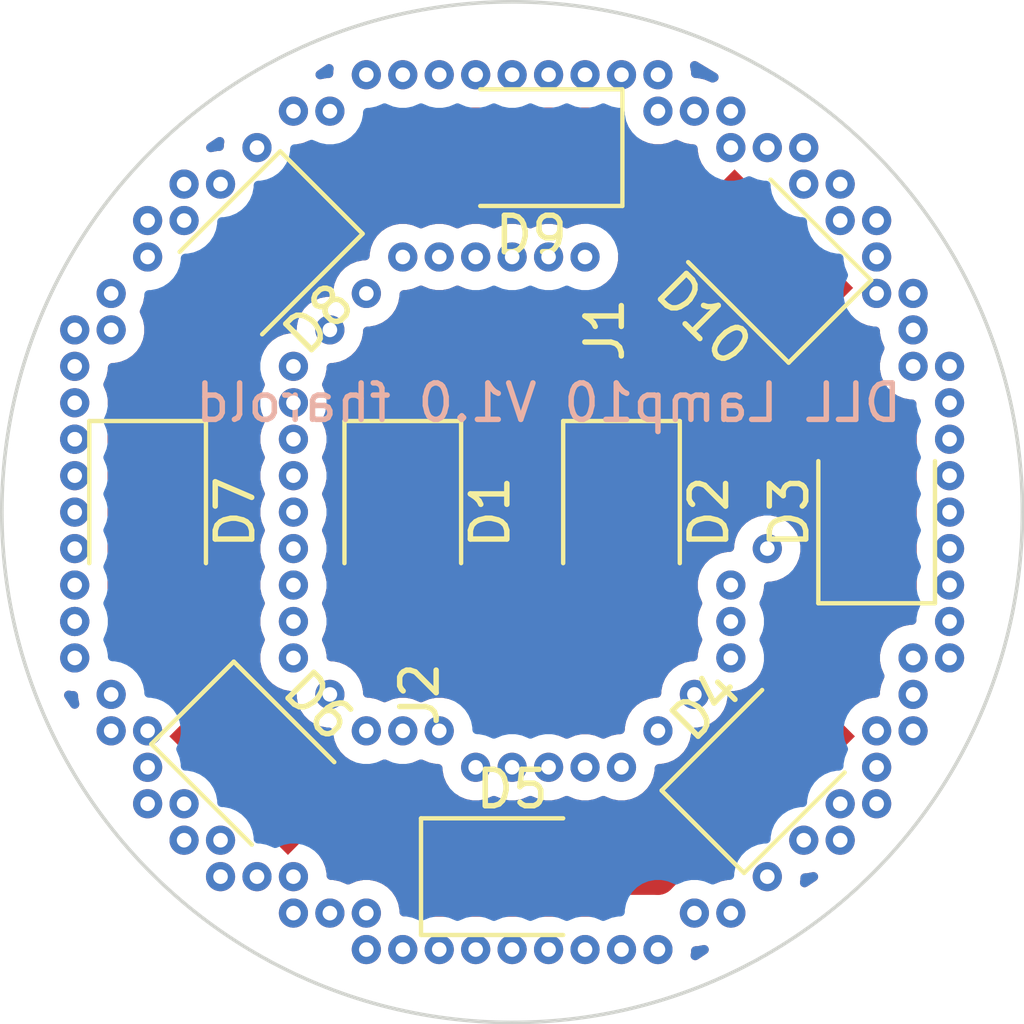
<source format=kicad_pcb>
(kicad_pcb (version 20171130) (host pcbnew "(5.1.6-0-10_14)")

  (general
    (thickness 1.6)
    (drawings 11)
    (tracks 145)
    (zones 0)
    (modules 12)
    (nets 12)
  )

  (page A4)
  (layers
    (0 F.Cu signal)
    (31 B.Cu signal)
    (32 B.Adhes user)
    (33 F.Adhes user)
    (34 B.Paste user)
    (35 F.Paste user)
    (36 B.SilkS user)
    (37 F.SilkS user)
    (38 B.Mask user)
    (39 F.Mask user)
    (40 Dwgs.User user)
    (41 Cmts.User user)
    (42 Eco1.User user)
    (43 Eco2.User user)
    (44 Edge.Cuts user)
    (45 Margin user)
    (46 B.CrtYd user)
    (47 F.CrtYd user)
    (48 B.Fab user)
    (49 F.Fab user)
  )

  (setup
    (last_trace_width 1)
    (user_trace_width 1)
    (trace_clearance 0.2)
    (zone_clearance 0.508)
    (zone_45_only no)
    (trace_min 0.2)
    (via_size 0.8)
    (via_drill 0.4)
    (via_min_size 0.4)
    (via_min_drill 0.3)
    (uvia_size 0.3)
    (uvia_drill 0.1)
    (uvias_allowed no)
    (uvia_min_size 0.2)
    (uvia_min_drill 0.1)
    (edge_width 0.1)
    (segment_width 0.2)
    (pcb_text_width 0.3)
    (pcb_text_size 1.5 1.5)
    (mod_edge_width 0.15)
    (mod_text_size 1 1)
    (mod_text_width 0.15)
    (pad_size 1.524 1.524)
    (pad_drill 0.762)
    (pad_to_mask_clearance 0)
    (aux_axis_origin 0 0)
    (visible_elements FFFFFF7F)
    (pcbplotparams
      (layerselection 0x010fc_ffffffff)
      (usegerberextensions false)
      (usegerberattributes true)
      (usegerberadvancedattributes true)
      (creategerberjobfile true)
      (excludeedgelayer true)
      (linewidth 0.100000)
      (plotframeref false)
      (viasonmask false)
      (mode 1)
      (useauxorigin false)
      (hpglpennumber 1)
      (hpglpenspeed 20)
      (hpglpendiameter 15.000000)
      (psnegative false)
      (psa4output false)
      (plotreference true)
      (plotvalue true)
      (plotinvisibletext false)
      (padsonsilk false)
      (subtractmaskfromsilk false)
      (outputformat 1)
      (mirror false)
      (drillshape 0)
      (scaleselection 1)
      (outputdirectory "lamp10/"))
  )

  (net 0 "")
  (net 1 "Net-(D1-Pad1)")
  (net 2 LED+)
  (net 3 "Net-(D2-Pad1)")
  (net 4 "Net-(D3-Pad1)")
  (net 5 "Net-(D4-Pad1)")
  (net 6 "Net-(D5-Pad1)")
  (net 7 "Net-(D6-Pad1)")
  (net 8 "Net-(D7-Pad1)")
  (net 9 "Net-(D8-Pad1)")
  (net 10 "Net-(D10-Pad2)")
  (net 11 LED-)

  (net_class Default "This is the default net class."
    (clearance 0.2)
    (trace_width 0.25)
    (via_dia 0.8)
    (via_drill 0.4)
    (uvia_dia 0.3)
    (uvia_drill 0.1)
    (add_net LED+)
    (add_net LED-)
    (add_net "Net-(D1-Pad1)")
    (add_net "Net-(D10-Pad2)")
    (add_net "Net-(D2-Pad1)")
    (add_net "Net-(D3-Pad1)")
    (add_net "Net-(D4-Pad1)")
    (add_net "Net-(D5-Pad1)")
    (add_net "Net-(D6-Pad1)")
    (add_net "Net-(D7-Pad1)")
    (add_net "Net-(D8-Pad1)")
  )

  (module LED_SMD:LED_PLCC_2835_Handsoldering (layer F.Cu) (tedit 5C65228D) (tstamp 5FEE7591)
    (at 37 30 270)
    (descr https://www.luckylight.cn/media/component/data-sheet/R2835BC-B2M-M10.pdf)
    (tags LED)
    (path /5FEE7761)
    (attr smd)
    (fp_text reference D1 (at 0 -2.4 90) (layer F.SilkS)
      (effects (font (size 1 1) (thickness 0.15)))
    )
    (fp_text value LED (at 0 2.475 90) (layer F.Fab)
      (effects (font (size 1 1) (thickness 0.15)))
    )
    (fp_line (start -1.05 -1.4) (end -1.75 -0.7) (layer F.Fab) (width 0.1))
    (fp_line (start -2.5 -1.6) (end -2.5 1.6) (layer F.SilkS) (width 0.12))
    (fp_line (start 1.75 1.4) (end -1.75 1.4) (layer F.Fab) (width 0.1))
    (fp_line (start -1.75 1.4) (end -1.75 -0.7) (layer F.Fab) (width 0.1))
    (fp_line (start -1.05 -1.4) (end 1.75 -1.4) (layer F.Fab) (width 0.1))
    (fp_line (start 1.75 -1.4) (end 1.75 1.4) (layer F.Fab) (width 0.1))
    (fp_line (start 1.4 1.6) (end -2.5 1.6) (layer F.SilkS) (width 0.12))
    (fp_line (start 1.4 -1.6) (end -2.5 -1.6) (layer F.SilkS) (width 0.12))
    (fp_line (start 2.55 1.65) (end -2.55 1.65) (layer F.CrtYd) (width 0.05))
    (fp_line (start -2.55 1.65) (end -2.55 -1.65) (layer F.CrtYd) (width 0.05))
    (fp_line (start -2.55 -1.65) (end 2.55 -1.65) (layer F.CrtYd) (width 0.05))
    (fp_line (start 2.55 -1.65) (end 2.55 1.65) (layer F.CrtYd) (width 0.05))
    (fp_text user %R (at 0 0 90) (layer F.Fab)
      (effects (font (size 0.9 0.9) (thickness 0.135)))
    )
    (pad 1 smd rect (at -1.05 0 270) (size 2.5 2.2) (layers F.Cu F.Paste F.Mask)
      (net 1 "Net-(D1-Pad1)"))
    (pad 2 smd rect (at 1.525 0 270) (size 1.55 2.2) (layers F.Cu F.Paste F.Mask)
      (net 2 LED+))
    (model ${KISYS3DMOD}/LED_SMD.3dshapes/LED_PLCC_2835.wrl
      (at (xyz 0 0 0))
      (scale (xyz 1 1 1))
      (rotate (xyz 0 0 0))
    )
  )

  (module LED_SMD:LED_PLCC_2835_Handsoldering (layer F.Cu) (tedit 5C65228D) (tstamp 5FEE75A4)
    (at 43 30 270)
    (descr https://www.luckylight.cn/media/component/data-sheet/R2835BC-B2M-M10.pdf)
    (tags LED)
    (path /5FEE8F51)
    (attr smd)
    (fp_text reference D2 (at 0 -2.4 90) (layer F.SilkS)
      (effects (font (size 1 1) (thickness 0.15)))
    )
    (fp_text value LED (at 0 2.475 90) (layer F.Fab)
      (effects (font (size 1 1) (thickness 0.15)))
    )
    (fp_text user %R (at 0 0 90) (layer F.Fab)
      (effects (font (size 0.9 0.9) (thickness 0.135)))
    )
    (fp_line (start 2.55 -1.65) (end 2.55 1.65) (layer F.CrtYd) (width 0.05))
    (fp_line (start -2.55 -1.65) (end 2.55 -1.65) (layer F.CrtYd) (width 0.05))
    (fp_line (start -2.55 1.65) (end -2.55 -1.65) (layer F.CrtYd) (width 0.05))
    (fp_line (start 2.55 1.65) (end -2.55 1.65) (layer F.CrtYd) (width 0.05))
    (fp_line (start 1.4 -1.6) (end -2.5 -1.6) (layer F.SilkS) (width 0.12))
    (fp_line (start 1.4 1.6) (end -2.5 1.6) (layer F.SilkS) (width 0.12))
    (fp_line (start 1.75 -1.4) (end 1.75 1.4) (layer F.Fab) (width 0.1))
    (fp_line (start -1.05 -1.4) (end 1.75 -1.4) (layer F.Fab) (width 0.1))
    (fp_line (start -1.75 1.4) (end -1.75 -0.7) (layer F.Fab) (width 0.1))
    (fp_line (start 1.75 1.4) (end -1.75 1.4) (layer F.Fab) (width 0.1))
    (fp_line (start -2.5 -1.6) (end -2.5 1.6) (layer F.SilkS) (width 0.12))
    (fp_line (start -1.05 -1.4) (end -1.75 -0.7) (layer F.Fab) (width 0.1))
    (pad 2 smd rect (at 1.525 0 270) (size 1.55 2.2) (layers F.Cu F.Paste F.Mask)
      (net 1 "Net-(D1-Pad1)"))
    (pad 1 smd rect (at -1.05 0 270) (size 2.5 2.2) (layers F.Cu F.Paste F.Mask)
      (net 3 "Net-(D2-Pad1)"))
    (model ${KISYS3DMOD}/LED_SMD.3dshapes/LED_PLCC_2835.wrl
      (at (xyz 0 0 0))
      (scale (xyz 1 1 1))
      (rotate (xyz 0 0 0))
    )
  )

  (module LED_SMD:LED_PLCC_2835_Handsoldering (layer F.Cu) (tedit 5C65228D) (tstamp 5FEE75B7)
    (at 50 30 90)
    (descr https://www.luckylight.cn/media/component/data-sheet/R2835BC-B2M-M10.pdf)
    (tags LED)
    (path /5FEE985E)
    (attr smd)
    (fp_text reference D3 (at 0 -2.4 90) (layer F.SilkS)
      (effects (font (size 1 1) (thickness 0.15)))
    )
    (fp_text value LED (at 0 2.475 90) (layer F.Fab)
      (effects (font (size 1 1) (thickness 0.15)))
    )
    (fp_line (start -1.05 -1.4) (end -1.75 -0.7) (layer F.Fab) (width 0.1))
    (fp_line (start -2.5 -1.6) (end -2.5 1.6) (layer F.SilkS) (width 0.12))
    (fp_line (start 1.75 1.4) (end -1.75 1.4) (layer F.Fab) (width 0.1))
    (fp_line (start -1.75 1.4) (end -1.75 -0.7) (layer F.Fab) (width 0.1))
    (fp_line (start -1.05 -1.4) (end 1.75 -1.4) (layer F.Fab) (width 0.1))
    (fp_line (start 1.75 -1.4) (end 1.75 1.4) (layer F.Fab) (width 0.1))
    (fp_line (start 1.4 1.6) (end -2.5 1.6) (layer F.SilkS) (width 0.12))
    (fp_line (start 1.4 -1.6) (end -2.5 -1.6) (layer F.SilkS) (width 0.12))
    (fp_line (start 2.55 1.65) (end -2.55 1.65) (layer F.CrtYd) (width 0.05))
    (fp_line (start -2.55 1.65) (end -2.55 -1.65) (layer F.CrtYd) (width 0.05))
    (fp_line (start -2.55 -1.65) (end 2.55 -1.65) (layer F.CrtYd) (width 0.05))
    (fp_line (start 2.55 -1.65) (end 2.55 1.65) (layer F.CrtYd) (width 0.05))
    (fp_text user %R (at 0 0 90) (layer F.Fab)
      (effects (font (size 0.9 0.9) (thickness 0.135)))
    )
    (pad 1 smd rect (at -1.05 0 90) (size 2.5 2.2) (layers F.Cu F.Paste F.Mask)
      (net 4 "Net-(D3-Pad1)"))
    (pad 2 smd rect (at 1.525 0 90) (size 1.55 2.2) (layers F.Cu F.Paste F.Mask)
      (net 3 "Net-(D2-Pad1)"))
    (model ${KISYS3DMOD}/LED_SMD.3dshapes/LED_PLCC_2835.wrl
      (at (xyz 0 0 0))
      (scale (xyz 1 1 1))
      (rotate (xyz 0 0 0))
    )
  )

  (module LED_SMD:LED_PLCC_2835_Handsoldering (layer F.Cu) (tedit 5C65228D) (tstamp 5FEE75CA)
    (at 47 37 45)
    (descr https://www.luckylight.cn/media/component/data-sheet/R2835BC-B2M-M10.pdf)
    (tags LED)
    (path /5FEE9C35)
    (attr smd)
    (fp_text reference D4 (at 0 -2.4 45) (layer F.SilkS)
      (effects (font (size 1 1) (thickness 0.15)))
    )
    (fp_text value LED (at 0 2.475 45) (layer F.Fab)
      (effects (font (size 1 1) (thickness 0.15)))
    )
    (fp_text user %R (at 0 0 90) (layer F.Fab)
      (effects (font (size 0.9 0.9) (thickness 0.135)))
    )
    (fp_line (start 2.55 -1.65) (end 2.55 1.65) (layer F.CrtYd) (width 0.05))
    (fp_line (start -2.55 -1.65) (end 2.55 -1.65) (layer F.CrtYd) (width 0.05))
    (fp_line (start -2.55 1.65) (end -2.55 -1.65) (layer F.CrtYd) (width 0.05))
    (fp_line (start 2.55 1.65) (end -2.55 1.65) (layer F.CrtYd) (width 0.05))
    (fp_line (start 1.4 -1.6) (end -2.5 -1.6) (layer F.SilkS) (width 0.12))
    (fp_line (start 1.4 1.6) (end -2.5 1.6) (layer F.SilkS) (width 0.12))
    (fp_line (start 1.75 -1.4) (end 1.75 1.4) (layer F.Fab) (width 0.1))
    (fp_line (start -1.05 -1.4) (end 1.75 -1.4) (layer F.Fab) (width 0.1))
    (fp_line (start -1.75 1.4) (end -1.75 -0.7) (layer F.Fab) (width 0.1))
    (fp_line (start 1.75 1.4) (end -1.75 1.4) (layer F.Fab) (width 0.1))
    (fp_line (start -2.5 -1.6) (end -2.5 1.6) (layer F.SilkS) (width 0.12))
    (fp_line (start -1.05 -1.4) (end -1.75 -0.7) (layer F.Fab) (width 0.1))
    (pad 2 smd rect (at 1.525 0 45) (size 1.55 2.2) (layers F.Cu F.Paste F.Mask)
      (net 4 "Net-(D3-Pad1)"))
    (pad 1 smd rect (at -1.05 0 45) (size 2.5 2.2) (layers F.Cu F.Paste F.Mask)
      (net 5 "Net-(D4-Pad1)"))
    (model ${KISYS3DMOD}/LED_SMD.3dshapes/LED_PLCC_2835.wrl
      (at (xyz 0 0 0))
      (scale (xyz 1 1 1))
      (rotate (xyz 0 0 0))
    )
  )

  (module LED_SMD:LED_PLCC_2835_Handsoldering (layer F.Cu) (tedit 5C65228D) (tstamp 5FEE75DD)
    (at 40 40)
    (descr https://www.luckylight.cn/media/component/data-sheet/R2835BC-B2M-M10.pdf)
    (tags LED)
    (path /5FEEA3AC)
    (attr smd)
    (fp_text reference D5 (at 0 -2.4) (layer F.SilkS)
      (effects (font (size 1 1) (thickness 0.15)))
    )
    (fp_text value LED (at 0 2.475) (layer F.Fab)
      (effects (font (size 1 1) (thickness 0.15)))
    )
    (fp_line (start -1.05 -1.4) (end -1.75 -0.7) (layer F.Fab) (width 0.1))
    (fp_line (start -2.5 -1.6) (end -2.5 1.6) (layer F.SilkS) (width 0.12))
    (fp_line (start 1.75 1.4) (end -1.75 1.4) (layer F.Fab) (width 0.1))
    (fp_line (start -1.75 1.4) (end -1.75 -0.7) (layer F.Fab) (width 0.1))
    (fp_line (start -1.05 -1.4) (end 1.75 -1.4) (layer F.Fab) (width 0.1))
    (fp_line (start 1.75 -1.4) (end 1.75 1.4) (layer F.Fab) (width 0.1))
    (fp_line (start 1.4 1.6) (end -2.5 1.6) (layer F.SilkS) (width 0.12))
    (fp_line (start 1.4 -1.6) (end -2.5 -1.6) (layer F.SilkS) (width 0.12))
    (fp_line (start 2.55 1.65) (end -2.55 1.65) (layer F.CrtYd) (width 0.05))
    (fp_line (start -2.55 1.65) (end -2.55 -1.65) (layer F.CrtYd) (width 0.05))
    (fp_line (start -2.55 -1.65) (end 2.55 -1.65) (layer F.CrtYd) (width 0.05))
    (fp_line (start 2.55 -1.65) (end 2.55 1.65) (layer F.CrtYd) (width 0.05))
    (fp_text user %R (at 0 0) (layer F.Fab)
      (effects (font (size 0.9 0.9) (thickness 0.135)))
    )
    (pad 1 smd rect (at -1.05 0) (size 2.5 2.2) (layers F.Cu F.Paste F.Mask)
      (net 6 "Net-(D5-Pad1)"))
    (pad 2 smd rect (at 1.525 0) (size 1.55 2.2) (layers F.Cu F.Paste F.Mask)
      (net 5 "Net-(D4-Pad1)"))
    (model ${KISYS3DMOD}/LED_SMD.3dshapes/LED_PLCC_2835.wrl
      (at (xyz 0 0 0))
      (scale (xyz 1 1 1))
      (rotate (xyz 0 0 0))
    )
  )

  (module LED_SMD:LED_PLCC_2835_Handsoldering (layer F.Cu) (tedit 5C65228D) (tstamp 5FEE75F0)
    (at 33 37 315)
    (descr https://www.luckylight.cn/media/component/data-sheet/R2835BC-B2M-M10.pdf)
    (tags LED)
    (path /5FEF4A45)
    (attr smd)
    (fp_text reference D6 (at 0 -2.4 135) (layer F.SilkS)
      (effects (font (size 1 1) (thickness 0.15)))
    )
    (fp_text value LED (at 0 2.475 135) (layer F.Fab)
      (effects (font (size 1 1) (thickness 0.15)))
    )
    (fp_text user %R (at 0 0 135) (layer F.Fab)
      (effects (font (size 0.9 0.9) (thickness 0.135)))
    )
    (fp_line (start 2.55 -1.65) (end 2.55 1.65) (layer F.CrtYd) (width 0.05))
    (fp_line (start -2.55 -1.65) (end 2.55 -1.65) (layer F.CrtYd) (width 0.05))
    (fp_line (start -2.55 1.65) (end -2.55 -1.65) (layer F.CrtYd) (width 0.05))
    (fp_line (start 2.55 1.65) (end -2.55 1.65) (layer F.CrtYd) (width 0.05))
    (fp_line (start 1.4 -1.6) (end -2.5 -1.6) (layer F.SilkS) (width 0.12))
    (fp_line (start 1.4 1.6) (end -2.5 1.6) (layer F.SilkS) (width 0.12))
    (fp_line (start 1.75 -1.4) (end 1.75 1.4) (layer F.Fab) (width 0.1))
    (fp_line (start -1.05 -1.4) (end 1.75 -1.4) (layer F.Fab) (width 0.1))
    (fp_line (start -1.75 1.4) (end -1.75 -0.7) (layer F.Fab) (width 0.1))
    (fp_line (start 1.75 1.4) (end -1.75 1.4) (layer F.Fab) (width 0.1))
    (fp_line (start -2.5 -1.6) (end -2.5 1.6) (layer F.SilkS) (width 0.12))
    (fp_line (start -1.05 -1.4) (end -1.75 -0.7) (layer F.Fab) (width 0.1))
    (pad 2 smd rect (at 1.525 0 315) (size 1.55 2.2) (layers F.Cu F.Paste F.Mask)
      (net 6 "Net-(D5-Pad1)"))
    (pad 1 smd rect (at -1.05 0 315) (size 2.5 2.2) (layers F.Cu F.Paste F.Mask)
      (net 7 "Net-(D6-Pad1)"))
    (model ${KISYS3DMOD}/LED_SMD.3dshapes/LED_PLCC_2835.wrl
      (at (xyz 0 0 0))
      (scale (xyz 1 1 1))
      (rotate (xyz 0 0 0))
    )
  )

  (module LED_SMD:LED_PLCC_2835_Handsoldering (layer F.Cu) (tedit 5C65228D) (tstamp 5FEE7603)
    (at 30 30 270)
    (descr https://www.luckylight.cn/media/component/data-sheet/R2835BC-B2M-M10.pdf)
    (tags LED)
    (path /5FEF4A4B)
    (attr smd)
    (fp_text reference D7 (at 0 -2.4 90) (layer F.SilkS)
      (effects (font (size 1 1) (thickness 0.15)))
    )
    (fp_text value LED (at 0 2.475 90) (layer F.Fab)
      (effects (font (size 1 1) (thickness 0.15)))
    )
    (fp_line (start -1.05 -1.4) (end -1.75 -0.7) (layer F.Fab) (width 0.1))
    (fp_line (start -2.5 -1.6) (end -2.5 1.6) (layer F.SilkS) (width 0.12))
    (fp_line (start 1.75 1.4) (end -1.75 1.4) (layer F.Fab) (width 0.1))
    (fp_line (start -1.75 1.4) (end -1.75 -0.7) (layer F.Fab) (width 0.1))
    (fp_line (start -1.05 -1.4) (end 1.75 -1.4) (layer F.Fab) (width 0.1))
    (fp_line (start 1.75 -1.4) (end 1.75 1.4) (layer F.Fab) (width 0.1))
    (fp_line (start 1.4 1.6) (end -2.5 1.6) (layer F.SilkS) (width 0.12))
    (fp_line (start 1.4 -1.6) (end -2.5 -1.6) (layer F.SilkS) (width 0.12))
    (fp_line (start 2.55 1.65) (end -2.55 1.65) (layer F.CrtYd) (width 0.05))
    (fp_line (start -2.55 1.65) (end -2.55 -1.65) (layer F.CrtYd) (width 0.05))
    (fp_line (start -2.55 -1.65) (end 2.55 -1.65) (layer F.CrtYd) (width 0.05))
    (fp_line (start 2.55 -1.65) (end 2.55 1.65) (layer F.CrtYd) (width 0.05))
    (fp_text user %R (at 0 0 90) (layer F.Fab)
      (effects (font (size 0.9 0.9) (thickness 0.135)))
    )
    (pad 1 smd rect (at -1.05 0 270) (size 2.5 2.2) (layers F.Cu F.Paste F.Mask)
      (net 8 "Net-(D7-Pad1)"))
    (pad 2 smd rect (at 1.525 0 270) (size 1.55 2.2) (layers F.Cu F.Paste F.Mask)
      (net 7 "Net-(D6-Pad1)"))
    (model ${KISYS3DMOD}/LED_SMD.3dshapes/LED_PLCC_2835.wrl
      (at (xyz 0 0 0))
      (scale (xyz 1 1 1))
      (rotate (xyz 0 0 0))
    )
  )

  (module LED_SMD:LED_PLCC_2835_Handsoldering (layer F.Cu) (tedit 5C65228D) (tstamp 5FEE7616)
    (at 33 23 225)
    (descr https://www.luckylight.cn/media/component/data-sheet/R2835BC-B2M-M10.pdf)
    (tags LED)
    (path /5FEF4A51)
    (attr smd)
    (fp_text reference D8 (at 0 -2.4 45) (layer F.SilkS)
      (effects (font (size 1 1) (thickness 0.15)))
    )
    (fp_text value LED (at 0 2.475 45) (layer F.Fab)
      (effects (font (size 1 1) (thickness 0.15)))
    )
    (fp_text user %R (at 0 0 45) (layer F.Fab)
      (effects (font (size 0.9 0.9) (thickness 0.135)))
    )
    (fp_line (start 2.55 -1.65) (end 2.55 1.65) (layer F.CrtYd) (width 0.05))
    (fp_line (start -2.55 -1.65) (end 2.55 -1.65) (layer F.CrtYd) (width 0.05))
    (fp_line (start -2.55 1.65) (end -2.55 -1.65) (layer F.CrtYd) (width 0.05))
    (fp_line (start 2.55 1.65) (end -2.55 1.65) (layer F.CrtYd) (width 0.05))
    (fp_line (start 1.4 -1.6) (end -2.5 -1.6) (layer F.SilkS) (width 0.12))
    (fp_line (start 1.4 1.6) (end -2.5 1.6) (layer F.SilkS) (width 0.12))
    (fp_line (start 1.75 -1.4) (end 1.75 1.4) (layer F.Fab) (width 0.1))
    (fp_line (start -1.05 -1.4) (end 1.75 -1.4) (layer F.Fab) (width 0.1))
    (fp_line (start -1.75 1.4) (end -1.75 -0.7) (layer F.Fab) (width 0.1))
    (fp_line (start 1.75 1.4) (end -1.75 1.4) (layer F.Fab) (width 0.1))
    (fp_line (start -2.5 -1.6) (end -2.5 1.6) (layer F.SilkS) (width 0.12))
    (fp_line (start -1.05 -1.4) (end -1.75 -0.7) (layer F.Fab) (width 0.1))
    (pad 2 smd rect (at 1.525 0 225) (size 1.55 2.2) (layers F.Cu F.Paste F.Mask)
      (net 8 "Net-(D7-Pad1)"))
    (pad 1 smd rect (at -1.05 0 225) (size 2.5 2.2) (layers F.Cu F.Paste F.Mask)
      (net 9 "Net-(D8-Pad1)"))
    (model ${KISYS3DMOD}/LED_SMD.3dshapes/LED_PLCC_2835.wrl
      (at (xyz 0 0 0))
      (scale (xyz 1 1 1))
      (rotate (xyz 0 0 0))
    )
  )

  (module LED_SMD:LED_PLCC_2835_Handsoldering (layer F.Cu) (tedit 5C65228D) (tstamp 5FEE7935)
    (at 40.525 20 180)
    (descr https://www.luckylight.cn/media/component/data-sheet/R2835BC-B2M-M10.pdf)
    (tags LED)
    (path /5FEF4A57)
    (attr smd)
    (fp_text reference D9 (at 0 -2.4) (layer F.SilkS)
      (effects (font (size 1 1) (thickness 0.15)))
    )
    (fp_text value LED (at 0 2.475) (layer F.Fab)
      (effects (font (size 1 1) (thickness 0.15)))
    )
    (fp_line (start -1.05 -1.4) (end -1.75 -0.7) (layer F.Fab) (width 0.1))
    (fp_line (start -2.5 -1.6) (end -2.5 1.6) (layer F.SilkS) (width 0.12))
    (fp_line (start 1.75 1.4) (end -1.75 1.4) (layer F.Fab) (width 0.1))
    (fp_line (start -1.75 1.4) (end -1.75 -0.7) (layer F.Fab) (width 0.1))
    (fp_line (start -1.05 -1.4) (end 1.75 -1.4) (layer F.Fab) (width 0.1))
    (fp_line (start 1.75 -1.4) (end 1.75 1.4) (layer F.Fab) (width 0.1))
    (fp_line (start 1.4 1.6) (end -2.5 1.6) (layer F.SilkS) (width 0.12))
    (fp_line (start 1.4 -1.6) (end -2.5 -1.6) (layer F.SilkS) (width 0.12))
    (fp_line (start 2.55 1.65) (end -2.55 1.65) (layer F.CrtYd) (width 0.05))
    (fp_line (start -2.55 1.65) (end -2.55 -1.65) (layer F.CrtYd) (width 0.05))
    (fp_line (start -2.55 -1.65) (end 2.55 -1.65) (layer F.CrtYd) (width 0.05))
    (fp_line (start 2.55 -1.65) (end 2.55 1.65) (layer F.CrtYd) (width 0.05))
    (fp_text user %R (at 0 0) (layer F.Fab)
      (effects (font (size 0.9 0.9) (thickness 0.135)))
    )
    (pad 1 smd rect (at -1.05 0 180) (size 2.5 2.2) (layers F.Cu F.Paste F.Mask)
      (net 10 "Net-(D10-Pad2)"))
    (pad 2 smd rect (at 1.525 0 180) (size 1.55 2.2) (layers F.Cu F.Paste F.Mask)
      (net 9 "Net-(D8-Pad1)"))
    (model ${KISYS3DMOD}/LED_SMD.3dshapes/LED_PLCC_2835.wrl
      (at (xyz 0 0 0))
      (scale (xyz 1 1 1))
      (rotate (xyz 0 0 0))
    )
  )

  (module LED_SMD:LED_PLCC_2835_Handsoldering (layer F.Cu) (tedit 5C65228D) (tstamp 5FEE763C)
    (at 46.95 23 135)
    (descr https://www.luckylight.cn/media/component/data-sheet/R2835BC-B2M-M10.pdf)
    (tags LED)
    (path /5FEF4A5D)
    (attr smd)
    (fp_text reference D10 (at 0 -2.4 135) (layer F.SilkS)
      (effects (font (size 1 1) (thickness 0.15)))
    )
    (fp_text value LED (at 0 2.475 135) (layer F.Fab)
      (effects (font (size 1 1) (thickness 0.15)))
    )
    (fp_text user %R (at 0 0 135) (layer F.Fab)
      (effects (font (size 0.9 0.9) (thickness 0.135)))
    )
    (fp_line (start 2.55 -1.65) (end 2.55 1.65) (layer F.CrtYd) (width 0.05))
    (fp_line (start -2.55 -1.65) (end 2.55 -1.65) (layer F.CrtYd) (width 0.05))
    (fp_line (start -2.55 1.65) (end -2.55 -1.65) (layer F.CrtYd) (width 0.05))
    (fp_line (start 2.55 1.65) (end -2.55 1.65) (layer F.CrtYd) (width 0.05))
    (fp_line (start 1.4 -1.6) (end -2.5 -1.6) (layer F.SilkS) (width 0.12))
    (fp_line (start 1.4 1.6) (end -2.5 1.6) (layer F.SilkS) (width 0.12))
    (fp_line (start 1.75 -1.4) (end 1.75 1.4) (layer F.Fab) (width 0.1))
    (fp_line (start -1.05 -1.4) (end 1.75 -1.4) (layer F.Fab) (width 0.1))
    (fp_line (start -1.75 1.4) (end -1.75 -0.7) (layer F.Fab) (width 0.1))
    (fp_line (start 1.75 1.4) (end -1.75 1.4) (layer F.Fab) (width 0.1))
    (fp_line (start -2.5 -1.6) (end -2.5 1.6) (layer F.SilkS) (width 0.12))
    (fp_line (start -1.05 -1.4) (end -1.75 -0.7) (layer F.Fab) (width 0.1))
    (pad 2 smd rect (at 1.525 0 135) (size 1.55 2.2) (layers F.Cu F.Paste F.Mask)
      (net 10 "Net-(D10-Pad2)"))
    (pad 1 smd rect (at -1.05 0 135) (size 2.5 2.2) (layers F.Cu F.Paste F.Mask)
      (net 11 LED-))
    (model ${KISYS3DMOD}/LED_SMD.3dshapes/LED_PLCC_2835.wrl
      (at (xyz 0 0 0))
      (scale (xyz 1 1 1))
      (rotate (xyz 0 0 0))
    )
  )

  (module Connector_Wire:SolderWirePad_1x01_SMD_1x2mm (layer F.Cu) (tedit 5DD6EB27) (tstamp 5FEE764A)
    (at 40 25 270)
    (descr "Wire Pad, Square, SMD Pad,  5mm x 10mm,")
    (tags "MesurementPoint Square SMDPad 5mmx10mm ")
    (path /5FEE72EA)
    (attr virtual)
    (fp_text reference J1 (at 0 -2.54 90) (layer F.SilkS)
      (effects (font (size 1 1) (thickness 0.15)))
    )
    (fp_text value Conn_01x01_Female (at 0 2.54 90) (layer F.Fab)
      (effects (font (size 1 1) (thickness 0.15)))
    )
    (fp_text user %R (at 0 0 90) (layer F.Fab)
      (effects (font (size 1 1) (thickness 0.15)))
    )
    (fp_line (start 0.63 -1.27) (end -0.63 -1.27) (layer F.CrtYd) (width 0.05))
    (fp_line (start 0.63 1.27) (end 0.63 -1.27) (layer F.CrtYd) (width 0.05))
    (fp_line (start -0.63 1.27) (end 0.63 1.27) (layer F.CrtYd) (width 0.05))
    (fp_line (start -0.63 -1.27) (end -0.63 1.27) (layer F.CrtYd) (width 0.05))
    (fp_line (start -0.63 -1.27) (end 0.63 -1.27) (layer F.Fab) (width 0.1))
    (fp_line (start 0.63 -1.27) (end 0.63 1.27) (layer F.Fab) (width 0.1))
    (fp_line (start 0.63 1.27) (end -0.63 1.27) (layer F.Fab) (width 0.1))
    (fp_line (start -0.63 1.27) (end -0.63 -1.27) (layer F.Fab) (width 0.1))
    (pad 1 smd roundrect (at 0 0 270) (size 1 2) (layers F.Cu F.Paste F.Mask) (roundrect_rratio 0.25)
      (net 11 LED-))
  )

  (module Connector_Wire:SolderWirePad_1x01_SMD_1x2mm (layer F.Cu) (tedit 5DD6EB27) (tstamp 5FEE7658)
    (at 40 35 90)
    (descr "Wire Pad, Square, SMD Pad,  5mm x 10mm,")
    (tags "MesurementPoint Square SMDPad 5mmx10mm ")
    (path /5FEE7107)
    (attr virtual)
    (fp_text reference J2 (at 0 -2.54 90) (layer F.SilkS)
      (effects (font (size 1 1) (thickness 0.15)))
    )
    (fp_text value Conn_01x01_Female (at 0 2.54 90) (layer F.Fab)
      (effects (font (size 1 1) (thickness 0.15)))
    )
    (fp_line (start -0.63 1.27) (end -0.63 -1.27) (layer F.Fab) (width 0.1))
    (fp_line (start 0.63 1.27) (end -0.63 1.27) (layer F.Fab) (width 0.1))
    (fp_line (start 0.63 -1.27) (end 0.63 1.27) (layer F.Fab) (width 0.1))
    (fp_line (start -0.63 -1.27) (end 0.63 -1.27) (layer F.Fab) (width 0.1))
    (fp_line (start -0.63 -1.27) (end -0.63 1.27) (layer F.CrtYd) (width 0.05))
    (fp_line (start -0.63 1.27) (end 0.63 1.27) (layer F.CrtYd) (width 0.05))
    (fp_line (start 0.63 1.27) (end 0.63 -1.27) (layer F.CrtYd) (width 0.05))
    (fp_line (start 0.63 -1.27) (end -0.63 -1.27) (layer F.CrtYd) (width 0.05))
    (fp_text user %R (at 0 0 90) (layer F.Fab)
      (effects (font (size 1 1) (thickness 0.15)))
    )
    (pad 1 smd roundrect (at 0 0 90) (size 1 2) (layers F.Cu F.Paste F.Mask) (roundrect_rratio 0.25)
      (net 2 LED+))
  )

  (gr_text "DLL Lamp10 V1.0 fharold" (at 41 27) (layer B.SilkS)
    (effects (font (size 1 1) (thickness 0.15)) (justify mirror))
  )
  (gr_circle (center 40 30) (end 54 30) (layer Edge.Cuts) (width 0.1))
  (gr_line (start 40 30) (end 47 37) (layer Dwgs.User) (width 0.15))
  (gr_line (start 40 30) (end 33 37) (layer Dwgs.User) (width 0.15))
  (gr_line (start 40 30) (end 33 23) (layer Dwgs.User) (width 0.15))
  (gr_line (start 40 30) (end 47 23) (layer Dwgs.User) (width 0.15))
  (gr_line (start 40 30) (end 40 40) (layer Dwgs.User) (width 0.15) (tstamp 5FEE790F))
  (gr_line (start 40 30) (end 30 30) (layer Dwgs.User) (width 0.15) (tstamp 5FEE790E))
  (gr_line (start 40 20) (end 40 30) (layer Dwgs.User) (width 0.15) (tstamp 5FEE790D))
  (gr_line (start 50 30) (end 40 30) (layer Dwgs.User) (width 0.15) (tstamp 5FEE790C))
  (gr_circle (center 40 30) (end 50 30) (layer Dwgs.User) (width 0.15))

  (via (at 32 21) (size 0.8) (drill 0.4) (layers F.Cu B.Cu) (net 0))
  (via (at 33 20) (size 0.8) (drill 0.4) (layers F.Cu B.Cu) (net 0))
  (via (at 34 19) (size 0.8) (drill 0.4) (layers F.Cu B.Cu) (net 0))
  (via (at 35 19) (size 0.8) (drill 0.4) (layers F.Cu B.Cu) (net 0))
  (via (at 36 18) (size 0.8) (drill 0.4) (layers F.Cu B.Cu) (net 0))
  (via (at 37 18) (size 0.8) (drill 0.4) (layers F.Cu B.Cu) (net 0))
  (via (at 38 18) (size 0.8) (drill 0.4) (layers F.Cu B.Cu) (net 0))
  (via (at 39 18) (size 0.8) (drill 0.4) (layers F.Cu B.Cu) (net 0))
  (via (at 40 18) (size 0.8) (drill 0.4) (layers F.Cu B.Cu) (net 0))
  (via (at 41 18) (size 0.8) (drill 0.4) (layers F.Cu B.Cu) (net 0))
  (via (at 42 18) (size 0.8) (drill 0.4) (layers F.Cu B.Cu) (net 0))
  (via (at 43 18) (size 0.8) (drill 0.4) (layers F.Cu B.Cu) (net 0))
  (via (at 44 18) (size 0.8) (drill 0.4) (layers F.Cu B.Cu) (net 0))
  (via (at 45 19) (size 0.8) (drill 0.4) (layers F.Cu B.Cu) (net 0))
  (via (at 46 19) (size 0.8) (drill 0.4) (layers F.Cu B.Cu) (net 0))
  (via (at 47 20) (size 0.8) (drill 0.4) (layers F.Cu B.Cu) (net 0))
  (via (at 48 20) (size 0.8) (drill 0.4) (layers F.Cu B.Cu) (net 0))
  (via (at 48 21) (size 0.8) (drill 0.4) (layers F.Cu B.Cu) (net 0))
  (via (at 49 21) (size 0.8) (drill 0.4) (layers F.Cu B.Cu) (net 0))
  (via (at 46 20) (size 0.8) (drill 0.4) (layers F.Cu B.Cu) (net 0))
  (via (at 44 19) (size 0.8) (drill 0.4) (layers F.Cu B.Cu) (net 0))
  (via (at 49 22) (size 0.8) (drill 0.4) (layers F.Cu B.Cu) (net 0))
  (via (at 50 22) (size 0.8) (drill 0.4) (layers F.Cu B.Cu) (net 0))
  (via (at 50 23) (size 0.8) (drill 0.4) (layers F.Cu B.Cu) (net 0))
  (via (at 50 24) (size 0.8) (drill 0.4) (layers F.Cu B.Cu) (net 0))
  (via (at 51 24) (size 0.8) (drill 0.4) (layers F.Cu B.Cu) (net 0))
  (via (at 51 25) (size 0.8) (drill 0.4) (layers F.Cu B.Cu) (net 0))
  (via (at 51 26) (size 0.8) (drill 0.4) (layers F.Cu B.Cu) (net 0))
  (via (at 52 26) (size 0.8) (drill 0.4) (layers F.Cu B.Cu) (net 0))
  (via (at 52 27) (size 0.8) (drill 0.4) (layers F.Cu B.Cu) (net 0))
  (via (at 52 28) (size 0.8) (drill 0.4) (layers F.Cu B.Cu) (net 0))
  (via (at 52 29) (size 0.8) (drill 0.4) (layers F.Cu B.Cu) (net 0))
  (via (at 52 30) (size 0.8) (drill 0.4) (layers F.Cu B.Cu) (net 0))
  (via (at 52 31) (size 0.8) (drill 0.4) (layers F.Cu B.Cu) (net 0))
  (via (at 52 32) (size 0.8) (drill 0.4) (layers F.Cu B.Cu) (net 0))
  (via (at 52 33) (size 0.8) (drill 0.4) (layers F.Cu B.Cu) (net 0))
  (via (at 52 34) (size 0.8) (drill 0.4) (layers F.Cu B.Cu) (net 0))
  (via (at 51 34) (size 0.8) (drill 0.4) (layers F.Cu B.Cu) (net 0))
  (via (at 51 35) (size 0.8) (drill 0.4) (layers F.Cu B.Cu) (net 0))
  (via (at 51 36) (size 0.8) (drill 0.4) (layers F.Cu B.Cu) (net 0))
  (via (at 50 36) (size 0.8) (drill 0.4) (layers F.Cu B.Cu) (net 0))
  (via (at 50 37) (size 0.8) (drill 0.4) (layers F.Cu B.Cu) (net 0))
  (via (at 50 38) (size 0.8) (drill 0.4) (layers F.Cu B.Cu) (net 0))
  (via (at 49 38) (size 0.8) (drill 0.4) (layers F.Cu B.Cu) (net 0))
  (via (at 49 39) (size 0.8) (drill 0.4) (layers F.Cu B.Cu) (net 0))
  (via (at 48 39) (size 0.8) (drill 0.4) (layers F.Cu B.Cu) (net 0))
  (via (at 47 40) (size 0.8) (drill 0.4) (layers F.Cu B.Cu) (net 0))
  (via (at 46 41) (size 0.8) (drill 0.4) (layers F.Cu B.Cu) (net 0))
  (via (at 45 41) (size 0.8) (drill 0.4) (layers F.Cu B.Cu) (net 0))
  (via (at 44 42) (size 0.8) (drill 0.4) (layers F.Cu B.Cu) (net 0))
  (via (at 43 42) (size 0.8) (drill 0.4) (layers F.Cu B.Cu) (net 0))
  (via (at 42 42) (size 0.8) (drill 0.4) (layers F.Cu B.Cu) (net 0))
  (via (at 41 42) (size 0.8) (drill 0.4) (layers F.Cu B.Cu) (net 0))
  (via (at 40 42) (size 0.8) (drill 0.4) (layers F.Cu B.Cu) (net 0))
  (via (at 39 42) (size 0.8) (drill 0.4) (layers F.Cu B.Cu) (net 0))
  (via (at 38 42) (size 0.8) (drill 0.4) (layers F.Cu B.Cu) (net 0))
  (via (at 37 42) (size 0.8) (drill 0.4) (layers F.Cu B.Cu) (net 0))
  (via (at 36 42) (size 0.8) (drill 0.4) (layers F.Cu B.Cu) (net 0))
  (via (at 36 41) (size 0.8) (drill 0.4) (layers F.Cu B.Cu) (net 0))
  (via (at 35 41) (size 0.8) (drill 0.4) (layers F.Cu B.Cu) (net 0))
  (via (at 34 41) (size 0.8) (drill 0.4) (layers F.Cu B.Cu) (net 0))
  (via (at 34 40) (size 0.8) (drill 0.4) (layers F.Cu B.Cu) (net 0))
  (via (at 33 40) (size 0.8) (drill 0.4) (layers F.Cu B.Cu) (net 0))
  (via (at 32 40) (size 0.8) (drill 0.4) (layers F.Cu B.Cu) (net 0))
  (via (at 32 39) (size 0.8) (drill 0.4) (layers F.Cu B.Cu) (net 0))
  (via (at 31 39) (size 0.8) (drill 0.4) (layers F.Cu B.Cu) (net 0))
  (via (at 31 38) (size 0.8) (drill 0.4) (layers F.Cu B.Cu) (net 0))
  (via (at 30 38) (size 0.8) (drill 0.4) (layers F.Cu B.Cu) (net 0))
  (via (at 30 37) (size 0.8) (drill 0.4) (layers F.Cu B.Cu) (net 0))
  (via (at 30 36) (size 0.8) (drill 0.4) (layers F.Cu B.Cu) (net 0))
  (via (at 29 36) (size 0.8) (drill 0.4) (layers F.Cu B.Cu) (net 0))
  (via (at 29 35) (size 0.8) (drill 0.4) (layers F.Cu B.Cu) (net 0))
  (via (at 28 34) (size 0.8) (drill 0.4) (layers F.Cu B.Cu) (net 0))
  (via (at 28 33) (size 0.8) (drill 0.4) (layers F.Cu B.Cu) (net 0))
  (via (at 28 33) (size 0.8) (drill 0.4) (layers F.Cu B.Cu) (net 0))
  (via (at 28 32) (size 0.8) (drill 0.4) (layers F.Cu B.Cu) (net 0))
  (via (at 28 31) (size 0.8) (drill 0.4) (layers F.Cu B.Cu) (net 0))
  (via (at 28 30) (size 0.8) (drill 0.4) (layers F.Cu B.Cu) (net 0))
  (via (at 28 29) (size 0.8) (drill 0.4) (layers F.Cu B.Cu) (net 0))
  (via (at 28 28) (size 0.8) (drill 0.4) (layers F.Cu B.Cu) (net 0))
  (via (at 28 28) (size 0.8) (drill 0.4) (layers F.Cu B.Cu) (net 0))
  (via (at 28 27) (size 0.8) (drill 0.4) (layers F.Cu B.Cu) (net 0))
  (via (at 28 26) (size 0.8) (drill 0.4) (layers F.Cu B.Cu) (net 0))
  (via (at 28 25) (size 0.8) (drill 0.4) (layers F.Cu B.Cu) (net 0))
  (via (at 29 25) (size 0.8) (drill 0.4) (layers F.Cu B.Cu) (net 0))
  (via (at 29 24) (size 0.8) (drill 0.4) (layers F.Cu B.Cu) (net 0))
  (via (at 30 23) (size 0.8) (drill 0.4) (layers F.Cu B.Cu) (net 0))
  (via (at 30 22) (size 0.8) (drill 0.4) (layers F.Cu B.Cu) (net 0))
  (via (at 31 22) (size 0.8) (drill 0.4) (layers F.Cu B.Cu) (net 0))
  (via (at 31 21) (size 0.8) (drill 0.4) (layers F.Cu B.Cu) (net 0))
  (via (at 34 30) (size 0.8) (drill 0.4) (layers F.Cu B.Cu) (net 0))
  (via (at 34 29) (size 0.8) (drill 0.4) (layers F.Cu B.Cu) (net 0))
  (via (at 34 28) (size 0.8) (drill 0.4) (layers F.Cu B.Cu) (net 0))
  (via (at 34 27) (size 0.8) (drill 0.4) (layers F.Cu B.Cu) (net 0))
  (via (at 34 26) (size 0.8) (drill 0.4) (layers F.Cu B.Cu) (net 0))
  (via (at 35 25) (size 0.8) (drill 0.4) (layers F.Cu B.Cu) (net 0))
  (via (at 36 24) (size 0.8) (drill 0.4) (layers F.Cu B.Cu) (net 0))
  (via (at 37 23) (size 0.8) (drill 0.4) (layers F.Cu B.Cu) (net 0))
  (via (at 38 23) (size 0.8) (drill 0.4) (layers F.Cu B.Cu) (net 0))
  (via (at 39 23) (size 0.8) (drill 0.4) (layers F.Cu B.Cu) (net 0))
  (via (at 41 23) (size 0.8) (drill 0.4) (layers F.Cu B.Cu) (net 0))
  (via (at 40 23) (size 0.8) (drill 0.4) (layers F.Cu B.Cu) (net 0))
  (via (at 42 23) (size 0.8) (drill 0.4) (layers F.Cu B.Cu) (net 0))
  (via (at 34 31) (size 0.8) (drill 0.4) (layers F.Cu B.Cu) (net 0))
  (via (at 34 32) (size 0.8) (drill 0.4) (layers F.Cu B.Cu) (net 0))
  (via (at 34 33) (size 0.8) (drill 0.4) (layers F.Cu B.Cu) (net 0))
  (via (at 34 34) (size 0.8) (drill 0.4) (layers F.Cu B.Cu) (net 0))
  (via (at 35 35) (size 0.8) (drill 0.4) (layers F.Cu B.Cu) (net 0))
  (via (at 36 36) (size 0.8) (drill 0.4) (layers F.Cu B.Cu) (net 0))
  (via (at 37 36) (size 0.8) (drill 0.4) (layers F.Cu B.Cu) (net 0))
  (via (at 38 36) (size 0.8) (drill 0.4) (layers F.Cu B.Cu) (net 0))
  (via (at 39 37) (size 0.8) (drill 0.4) (layers F.Cu B.Cu) (net 0))
  (via (at 40 37) (size 0.8) (drill 0.4) (layers F.Cu B.Cu) (net 0))
  (via (at 41 37) (size 0.8) (drill 0.4) (layers F.Cu B.Cu) (net 0))
  (via (at 42 37) (size 0.8) (drill 0.4) (layers F.Cu B.Cu) (net 0))
  (via (at 43 37) (size 0.8) (drill 0.4) (layers F.Cu B.Cu) (net 0))
  (via (at 44 36) (size 0.8) (drill 0.4) (layers F.Cu B.Cu) (net 0))
  (via (at 45 35) (size 0.8) (drill 0.4) (layers F.Cu B.Cu) (net 0))
  (via (at 46 34) (size 0.8) (drill 0.4) (layers F.Cu B.Cu) (net 0))
  (via (at 46 33) (size 0.8) (drill 0.4) (layers F.Cu B.Cu) (net 0))
  (via (at 46 32) (size 0.8) (drill 0.4) (layers F.Cu B.Cu) (net 0))
  (via (at 47 31) (size 0.8) (drill 0.4) (layers F.Cu B.Cu) (net 0))
  (segment (start 39.389998 28.95) (end 37 28.95) (width 1) (layer F.Cu) (net 1))
  (segment (start 41.964998 31.525) (end 39.389998 28.95) (width 1) (layer F.Cu) (net 1))
  (segment (start 43 31.525) (end 41.964998 31.525) (width 1) (layer F.Cu) (net 1))
  (segment (start 37 32) (end 40 35) (width 1) (layer F.Cu) (net 2))
  (segment (start 37 31.525) (end 37 32) (width 1) (layer F.Cu) (net 2))
  (segment (start 43.475 28.475) (end 43 28.95) (width 1) (layer F.Cu) (net 3))
  (segment (start 50 28.475) (end 43.475 28.475) (width 1) (layer F.Cu) (net 3))
  (segment (start 48.078338 32.971662) (end 50 31.05) (width 1) (layer F.Cu) (net 4))
  (segment (start 48.078338 35.921662) (end 48.078338 32.971662) (width 1) (layer F.Cu) (net 4))
  (segment (start 44 40) (end 46.257538 37.742462) (width 1) (layer F.Cu) (net 5))
  (segment (start 41.525 40) (end 44 40) (width 1) (layer F.Cu) (net 5))
  (segment (start 37.028338 38.078338) (end 38.95 40) (width 1) (layer F.Cu) (net 6))
  (segment (start 34.078338 38.078338) (end 37.028338 38.078338) (width 1) (layer F.Cu) (net 6))
  (segment (start 30 34) (end 32.257538 36.257538) (width 1) (layer F.Cu) (net 7))
  (segment (start 30 31.525) (end 30 34) (width 1) (layer F.Cu) (net 7))
  (segment (start 31.921662 27.028338) (end 30 28.95) (width 1) (layer F.Cu) (net 8))
  (segment (start 31.921662 24.078338) (end 31.921662 27.028338) (width 1) (layer F.Cu) (net 8))
  (segment (start 36 20) (end 33.742462 22.257538) (width 1) (layer F.Cu) (net 9))
  (segment (start 39 20) (end 36 20) (width 1) (layer F.Cu) (net 9))
  (segment (start 43.496662 21.921662) (end 41.575 20) (width 1) (layer F.Cu) (net 10))
  (segment (start 45.871662 21.921662) (end 43.496662 21.921662) (width 1) (layer F.Cu) (net 10))
  (segment (start 46.434924 25) (end 47.692462 23.742462) (width 1) (layer F.Cu) (net 11))
  (segment (start 40 25) (end 46.434924 25) (width 1) (layer F.Cu) (net 11))

  (zone (net 0) (net_name "") (layer B.Cu) (tstamp 0) (hatch edge 0.508)
    (connect_pads (clearance 0.508))
    (min_thickness 0.254)
    (fill yes (arc_segments 32) (thermal_gap 0.508) (thermal_bridge_width 0.508))
    (polygon
      (pts
        (xy 49 20) (xy 50 21) (xy 53 27) (xy 53 33) (xy 50 39)
        (xy 44 43) (xy 37 43) (xy 31 40) (xy 27 34) (xy 27 26)
        (xy 30 21) (xy 36 17) (xy 44 17)
      )
    )
    (filled_polygon
      (pts
        (xy 45.02229 42.165839) (xy 45.035 42.101939) (xy 45.035 42.035) (xy 45.101939 42.035) (xy 45.268135 42.001942)
      )
    )
    (filled_polygon
      (pts
        (xy 42.509744 18.917205) (xy 42.698102 18.995226) (xy 42.898061 19.035) (xy 42.965 19.035) (xy 42.965 19.101939)
        (xy 43.004774 19.301898) (xy 43.082795 19.490256) (xy 43.196063 19.659774) (xy 43.340226 19.803937) (xy 43.509744 19.917205)
        (xy 43.698102 19.995226) (xy 43.898061 20.035) (xy 44.101939 20.035) (xy 44.301898 19.995226) (xy 44.490256 19.917205)
        (xy 44.5 19.910694) (xy 44.509744 19.917205) (xy 44.698102 19.995226) (xy 44.898061 20.035) (xy 44.965 20.035)
        (xy 44.965 20.101939) (xy 45.004774 20.301898) (xy 45.082795 20.490256) (xy 45.196063 20.659774) (xy 45.340226 20.803937)
        (xy 45.509744 20.917205) (xy 45.698102 20.995226) (xy 45.898061 21.035) (xy 46.101939 21.035) (xy 46.301898 20.995226)
        (xy 46.490256 20.917205) (xy 46.5 20.910694) (xy 46.509744 20.917205) (xy 46.698102 20.995226) (xy 46.898061 21.035)
        (xy 46.965 21.035) (xy 46.965 21.101939) (xy 47.004774 21.301898) (xy 47.082795 21.490256) (xy 47.196063 21.659774)
        (xy 47.340226 21.803937) (xy 47.509744 21.917205) (xy 47.698102 21.995226) (xy 47.898061 22.035) (xy 47.965 22.035)
        (xy 47.965 22.101939) (xy 48.004774 22.301898) (xy 48.082795 22.490256) (xy 48.196063 22.659774) (xy 48.340226 22.803937)
        (xy 48.509744 22.917205) (xy 48.698102 22.995226) (xy 48.898061 23.035) (xy 48.965 23.035) (xy 48.965 23.101939)
        (xy 49.004774 23.301898) (xy 49.082795 23.490256) (xy 49.089306 23.5) (xy 49.082795 23.509744) (xy 49.004774 23.698102)
        (xy 48.965 23.898061) (xy 48.965 24.101939) (xy 49.004774 24.301898) (xy 49.082795 24.490256) (xy 49.196063 24.659774)
        (xy 49.340226 24.803937) (xy 49.509744 24.917205) (xy 49.698102 24.995226) (xy 49.898061 25.035) (xy 49.965 25.035)
        (xy 49.965 25.101939) (xy 50.004774 25.301898) (xy 50.082795 25.490256) (xy 50.089306 25.5) (xy 50.082795 25.509744)
        (xy 50.004774 25.698102) (xy 49.965 25.898061) (xy 49.965 26.101939) (xy 50.004774 26.301898) (xy 50.082795 26.490256)
        (xy 50.196063 26.659774) (xy 50.340226 26.803937) (xy 50.509744 26.917205) (xy 50.698102 26.995226) (xy 50.898061 27.035)
        (xy 50.965 27.035) (xy 50.965 27.101939) (xy 51.004774 27.301898) (xy 51.082795 27.490256) (xy 51.089306 27.5)
        (xy 51.082795 27.509744) (xy 51.004774 27.698102) (xy 50.965 27.898061) (xy 50.965 28.101939) (xy 51.004774 28.301898)
        (xy 51.082795 28.490256) (xy 51.089306 28.5) (xy 51.082795 28.509744) (xy 51.004774 28.698102) (xy 50.965 28.898061)
        (xy 50.965 29.101939) (xy 51.004774 29.301898) (xy 51.082795 29.490256) (xy 51.089306 29.5) (xy 51.082795 29.509744)
        (xy 51.004774 29.698102) (xy 50.965 29.898061) (xy 50.965 30.101939) (xy 51.004774 30.301898) (xy 51.082795 30.490256)
        (xy 51.089306 30.5) (xy 51.082795 30.509744) (xy 51.004774 30.698102) (xy 50.965 30.898061) (xy 50.965 31.101939)
        (xy 51.004774 31.301898) (xy 51.082795 31.490256) (xy 51.089306 31.5) (xy 51.082795 31.509744) (xy 51.004774 31.698102)
        (xy 50.965 31.898061) (xy 50.965 32.101939) (xy 51.004774 32.301898) (xy 51.082795 32.490256) (xy 51.089306 32.5)
        (xy 51.082795 32.509744) (xy 51.004774 32.698102) (xy 50.965 32.898061) (xy 50.965 32.965) (xy 50.898061 32.965)
        (xy 50.698102 33.004774) (xy 50.509744 33.082795) (xy 50.340226 33.196063) (xy 50.196063 33.340226) (xy 50.082795 33.509744)
        (xy 50.004774 33.698102) (xy 49.965 33.898061) (xy 49.965 34.101939) (xy 50.004774 34.301898) (xy 50.082795 34.490256)
        (xy 50.089306 34.5) (xy 50.082795 34.509744) (xy 50.004774 34.698102) (xy 49.965 34.898061) (xy 49.965 34.965)
        (xy 49.898061 34.965) (xy 49.698102 35.004774) (xy 49.509744 35.082795) (xy 49.340226 35.196063) (xy 49.196063 35.340226)
        (xy 49.082795 35.509744) (xy 49.004774 35.698102) (xy 48.965 35.898061) (xy 48.965 36.101939) (xy 49.004774 36.301898)
        (xy 49.082795 36.490256) (xy 49.089306 36.5) (xy 49.082795 36.509744) (xy 49.004774 36.698102) (xy 48.965 36.898061)
        (xy 48.965 36.965) (xy 48.898061 36.965) (xy 48.698102 37.004774) (xy 48.509744 37.082795) (xy 48.340226 37.196063)
        (xy 48.196063 37.340226) (xy 48.082795 37.509744) (xy 48.004774 37.698102) (xy 47.965 37.898061) (xy 47.965 37.965)
        (xy 47.898061 37.965) (xy 47.698102 38.004774) (xy 47.509744 38.082795) (xy 47.340226 38.196063) (xy 47.196063 38.340226)
        (xy 47.082795 38.509744) (xy 47.004774 38.698102) (xy 46.965 38.898061) (xy 46.965 38.965) (xy 46.898061 38.965)
        (xy 46.698102 39.004774) (xy 46.509744 39.082795) (xy 46.340226 39.196063) (xy 46.196063 39.340226) (xy 46.082795 39.509744)
        (xy 46.004774 39.698102) (xy 45.965 39.898061) (xy 45.965 39.965) (xy 45.898061 39.965) (xy 45.698102 40.004774)
        (xy 45.509744 40.082795) (xy 45.5 40.089306) (xy 45.490256 40.082795) (xy 45.301898 40.004774) (xy 45.101939 39.965)
        (xy 44.898061 39.965) (xy 44.698102 40.004774) (xy 44.509744 40.082795) (xy 44.5 40.089306) (xy 44.490256 40.082795)
        (xy 44.301898 40.004774) (xy 44.101939 39.965) (xy 43.898061 39.965) (xy 43.698102 40.004774) (xy 43.509744 40.082795)
        (xy 43.340226 40.196063) (xy 43.196063 40.340226) (xy 43.082795 40.509744) (xy 43.004774 40.698102) (xy 42.965 40.898061)
        (xy 42.965 40.965) (xy 42.898061 40.965) (xy 42.698102 41.004774) (xy 42.509744 41.082795) (xy 42.5 41.089306)
        (xy 42.490256 41.082795) (xy 42.301898 41.004774) (xy 42.101939 40.965) (xy 41.898061 40.965) (xy 41.698102 41.004774)
        (xy 41.509744 41.082795) (xy 41.5 41.089306) (xy 41.490256 41.082795) (xy 41.301898 41.004774) (xy 41.101939 40.965)
        (xy 40.898061 40.965) (xy 40.698102 41.004774) (xy 40.509744 41.082795) (xy 40.5 41.089306) (xy 40.490256 41.082795)
        (xy 40.301898 41.004774) (xy 40.101939 40.965) (xy 39.898061 40.965) (xy 39.698102 41.004774) (xy 39.509744 41.082795)
        (xy 39.5 41.089306) (xy 39.490256 41.082795) (xy 39.301898 41.004774) (xy 39.101939 40.965) (xy 38.898061 40.965)
        (xy 38.698102 41.004774) (xy 38.509744 41.082795) (xy 38.5 41.089306) (xy 38.490256 41.082795) (xy 38.301898 41.004774)
        (xy 38.101939 40.965) (xy 37.898061 40.965) (xy 37.698102 41.004774) (xy 37.509744 41.082795) (xy 37.5 41.089306)
        (xy 37.490256 41.082795) (xy 37.301898 41.004774) (xy 37.101939 40.965) (xy 37.035 40.965) (xy 37.035 40.898061)
        (xy 36.995226 40.698102) (xy 36.917205 40.509744) (xy 36.803937 40.340226) (xy 36.659774 40.196063) (xy 36.490256 40.082795)
        (xy 36.301898 40.004774) (xy 36.101939 39.965) (xy 35.898061 39.965) (xy 35.698102 40.004774) (xy 35.509744 40.082795)
        (xy 35.5 40.089306) (xy 35.490256 40.082795) (xy 35.301898 40.004774) (xy 35.101939 39.965) (xy 35.035 39.965)
        (xy 35.035 39.898061) (xy 34.995226 39.698102) (xy 34.917205 39.509744) (xy 34.803937 39.340226) (xy 34.659774 39.196063)
        (xy 34.490256 39.082795) (xy 34.301898 39.004774) (xy 34.101939 38.965) (xy 33.898061 38.965) (xy 33.698102 39.004774)
        (xy 33.509744 39.082795) (xy 33.5 39.089306) (xy 33.490256 39.082795) (xy 33.301898 39.004774) (xy 33.101939 38.965)
        (xy 33.035 38.965) (xy 33.035 38.898061) (xy 32.995226 38.698102) (xy 32.917205 38.509744) (xy 32.803937 38.340226)
        (xy 32.659774 38.196063) (xy 32.490256 38.082795) (xy 32.301898 38.004774) (xy 32.101939 37.965) (xy 32.035 37.965)
        (xy 32.035 37.898061) (xy 31.995226 37.698102) (xy 31.917205 37.509744) (xy 31.803937 37.340226) (xy 31.659774 37.196063)
        (xy 31.490256 37.082795) (xy 31.301898 37.004774) (xy 31.101939 36.965) (xy 31.035 36.965) (xy 31.035 36.898061)
        (xy 30.995226 36.698102) (xy 30.917205 36.509744) (xy 30.910694 36.5) (xy 30.917205 36.490256) (xy 30.995226 36.301898)
        (xy 31.035 36.101939) (xy 31.035 35.898061) (xy 30.995226 35.698102) (xy 30.917205 35.509744) (xy 30.803937 35.340226)
        (xy 30.659774 35.196063) (xy 30.490256 35.082795) (xy 30.301898 35.004774) (xy 30.101939 34.965) (xy 30.035 34.965)
        (xy 30.035 34.898061) (xy 29.995226 34.698102) (xy 29.917205 34.509744) (xy 29.803937 34.340226) (xy 29.659774 34.196063)
        (xy 29.490256 34.082795) (xy 29.301898 34.004774) (xy 29.101939 33.965) (xy 29.035 33.965) (xy 29.035 33.898061)
        (xy 28.995226 33.698102) (xy 28.917205 33.509744) (xy 28.910694 33.5) (xy 28.917205 33.490256) (xy 28.995226 33.301898)
        (xy 29.035 33.101939) (xy 29.035 32.898061) (xy 28.995226 32.698102) (xy 28.917205 32.509744) (xy 28.910694 32.5)
        (xy 28.917205 32.490256) (xy 28.995226 32.301898) (xy 29.035 32.101939) (xy 29.035 31.898061) (xy 28.995226 31.698102)
        (xy 28.917205 31.509744) (xy 28.910694 31.5) (xy 28.917205 31.490256) (xy 28.995226 31.301898) (xy 29.035 31.101939)
        (xy 29.035 30.898061) (xy 28.995226 30.698102) (xy 28.917205 30.509744) (xy 28.910694 30.5) (xy 28.917205 30.490256)
        (xy 28.995226 30.301898) (xy 29.035 30.101939) (xy 29.035 29.898061) (xy 28.995226 29.698102) (xy 28.917205 29.509744)
        (xy 28.910694 29.5) (xy 28.917205 29.490256) (xy 28.995226 29.301898) (xy 29.035 29.101939) (xy 29.035 28.898061)
        (xy 28.995226 28.698102) (xy 28.917205 28.509744) (xy 28.910694 28.5) (xy 28.917205 28.490256) (xy 28.995226 28.301898)
        (xy 29.035 28.101939) (xy 29.035 27.898061) (xy 28.995226 27.698102) (xy 28.917205 27.509744) (xy 28.910694 27.5)
        (xy 28.917205 27.490256) (xy 28.995226 27.301898) (xy 29.035 27.101939) (xy 29.035 26.898061) (xy 28.995226 26.698102)
        (xy 28.917205 26.509744) (xy 28.910694 26.5) (xy 28.917205 26.490256) (xy 28.995226 26.301898) (xy 29.035 26.101939)
        (xy 29.035 26.035) (xy 29.101939 26.035) (xy 29.301898 25.995226) (xy 29.490256 25.917205) (xy 29.518907 25.898061)
        (xy 32.965 25.898061) (xy 32.965 26.101939) (xy 33.004774 26.301898) (xy 33.082795 26.490256) (xy 33.089306 26.5)
        (xy 33.082795 26.509744) (xy 33.004774 26.698102) (xy 32.965 26.898061) (xy 32.965 27.101939) (xy 33.004774 27.301898)
        (xy 33.082795 27.490256) (xy 33.089306 27.5) (xy 33.082795 27.509744) (xy 33.004774 27.698102) (xy 32.965 27.898061)
        (xy 32.965 28.101939) (xy 33.004774 28.301898) (xy 33.082795 28.490256) (xy 33.089306 28.5) (xy 33.082795 28.509744)
        (xy 33.004774 28.698102) (xy 32.965 28.898061) (xy 32.965 29.101939) (xy 33.004774 29.301898) (xy 33.082795 29.490256)
        (xy 33.089306 29.5) (xy 33.082795 29.509744) (xy 33.004774 29.698102) (xy 32.965 29.898061) (xy 32.965 30.101939)
        (xy 33.004774 30.301898) (xy 33.082795 30.490256) (xy 33.089306 30.5) (xy 33.082795 30.509744) (xy 33.004774 30.698102)
        (xy 32.965 30.898061) (xy 32.965 31.101939) (xy 33.004774 31.301898) (xy 33.082795 31.490256) (xy 33.089306 31.5)
        (xy 33.082795 31.509744) (xy 33.004774 31.698102) (xy 32.965 31.898061) (xy 32.965 32.101939) (xy 33.004774 32.301898)
        (xy 33.082795 32.490256) (xy 33.089306 32.5) (xy 33.082795 32.509744) (xy 33.004774 32.698102) (xy 32.965 32.898061)
        (xy 32.965 33.101939) (xy 33.004774 33.301898) (xy 33.082795 33.490256) (xy 33.089306 33.5) (xy 33.082795 33.509744)
        (xy 33.004774 33.698102) (xy 32.965 33.898061) (xy 32.965 34.101939) (xy 33.004774 34.301898) (xy 33.082795 34.490256)
        (xy 33.196063 34.659774) (xy 33.340226 34.803937) (xy 33.509744 34.917205) (xy 33.698102 34.995226) (xy 33.898061 35.035)
        (xy 33.965 35.035) (xy 33.965 35.101939) (xy 34.004774 35.301898) (xy 34.082795 35.490256) (xy 34.196063 35.659774)
        (xy 34.340226 35.803937) (xy 34.509744 35.917205) (xy 34.698102 35.995226) (xy 34.898061 36.035) (xy 34.965 36.035)
        (xy 34.965 36.101939) (xy 35.004774 36.301898) (xy 35.082795 36.490256) (xy 35.196063 36.659774) (xy 35.340226 36.803937)
        (xy 35.509744 36.917205) (xy 35.698102 36.995226) (xy 35.898061 37.035) (xy 36.101939 37.035) (xy 36.301898 36.995226)
        (xy 36.490256 36.917205) (xy 36.5 36.910694) (xy 36.509744 36.917205) (xy 36.698102 36.995226) (xy 36.898061 37.035)
        (xy 37.101939 37.035) (xy 37.301898 36.995226) (xy 37.490256 36.917205) (xy 37.5 36.910694) (xy 37.509744 36.917205)
        (xy 37.698102 36.995226) (xy 37.898061 37.035) (xy 37.965 37.035) (xy 37.965 37.101939) (xy 38.004774 37.301898)
        (xy 38.082795 37.490256) (xy 38.196063 37.659774) (xy 38.340226 37.803937) (xy 38.509744 37.917205) (xy 38.698102 37.995226)
        (xy 38.898061 38.035) (xy 39.101939 38.035) (xy 39.301898 37.995226) (xy 39.490256 37.917205) (xy 39.5 37.910694)
        (xy 39.509744 37.917205) (xy 39.698102 37.995226) (xy 39.898061 38.035) (xy 40.101939 38.035) (xy 40.301898 37.995226)
        (xy 40.490256 37.917205) (xy 40.5 37.910694) (xy 40.509744 37.917205) (xy 40.698102 37.995226) (xy 40.898061 38.035)
        (xy 41.101939 38.035) (xy 41.301898 37.995226) (xy 41.490256 37.917205) (xy 41.5 37.910694) (xy 41.509744 37.917205)
        (xy 41.698102 37.995226) (xy 41.898061 38.035) (xy 42.101939 38.035) (xy 42.301898 37.995226) (xy 42.490256 37.917205)
        (xy 42.5 37.910694) (xy 42.509744 37.917205) (xy 42.698102 37.995226) (xy 42.898061 38.035) (xy 43.101939 38.035)
        (xy 43.301898 37.995226) (xy 43.490256 37.917205) (xy 43.659774 37.803937) (xy 43.803937 37.659774) (xy 43.917205 37.490256)
        (xy 43.995226 37.301898) (xy 44.035 37.101939) (xy 44.035 37.035) (xy 44.101939 37.035) (xy 44.301898 36.995226)
        (xy 44.490256 36.917205) (xy 44.659774 36.803937) (xy 44.803937 36.659774) (xy 44.917205 36.490256) (xy 44.995226 36.301898)
        (xy 45.035 36.101939) (xy 45.035 36.035) (xy 45.101939 36.035) (xy 45.301898 35.995226) (xy 45.490256 35.917205)
        (xy 45.659774 35.803937) (xy 45.803937 35.659774) (xy 45.917205 35.490256) (xy 45.995226 35.301898) (xy 46.035 35.101939)
        (xy 46.035 35.035) (xy 46.101939 35.035) (xy 46.301898 34.995226) (xy 46.490256 34.917205) (xy 46.659774 34.803937)
        (xy 46.803937 34.659774) (xy 46.917205 34.490256) (xy 46.995226 34.301898) (xy 47.035 34.101939) (xy 47.035 33.898061)
        (xy 46.995226 33.698102) (xy 46.917205 33.509744) (xy 46.910694 33.5) (xy 46.917205 33.490256) (xy 46.995226 33.301898)
        (xy 47.035 33.101939) (xy 47.035 32.898061) (xy 46.995226 32.698102) (xy 46.917205 32.509744) (xy 46.910694 32.5)
        (xy 46.917205 32.490256) (xy 46.995226 32.301898) (xy 47.035 32.101939) (xy 47.035 32.035) (xy 47.101939 32.035)
        (xy 47.301898 31.995226) (xy 47.490256 31.917205) (xy 47.659774 31.803937) (xy 47.803937 31.659774) (xy 47.917205 31.490256)
        (xy 47.995226 31.301898) (xy 48.035 31.101939) (xy 48.035 30.898061) (xy 47.995226 30.698102) (xy 47.917205 30.509744)
        (xy 47.803937 30.340226) (xy 47.659774 30.196063) (xy 47.490256 30.082795) (xy 47.301898 30.004774) (xy 47.101939 29.965)
        (xy 46.898061 29.965) (xy 46.698102 30.004774) (xy 46.509744 30.082795) (xy 46.340226 30.196063) (xy 46.196063 30.340226)
        (xy 46.082795 30.509744) (xy 46.004774 30.698102) (xy 45.965 30.898061) (xy 45.965 30.965) (xy 45.898061 30.965)
        (xy 45.698102 31.004774) (xy 45.509744 31.082795) (xy 45.340226 31.196063) (xy 45.196063 31.340226) (xy 45.082795 31.509744)
        (xy 45.004774 31.698102) (xy 44.965 31.898061) (xy 44.965 32.101939) (xy 45.004774 32.301898) (xy 45.082795 32.490256)
        (xy 45.089306 32.5) (xy 45.082795 32.509744) (xy 45.004774 32.698102) (xy 44.965 32.898061) (xy 44.965 33.101939)
        (xy 45.004774 33.301898) (xy 45.082795 33.490256) (xy 45.089306 33.5) (xy 45.082795 33.509744) (xy 45.004774 33.698102)
        (xy 44.965 33.898061) (xy 44.965 33.965) (xy 44.898061 33.965) (xy 44.698102 34.004774) (xy 44.509744 34.082795)
        (xy 44.340226 34.196063) (xy 44.196063 34.340226) (xy 44.082795 34.509744) (xy 44.004774 34.698102) (xy 43.965 34.898061)
        (xy 43.965 34.965) (xy 43.898061 34.965) (xy 43.698102 35.004774) (xy 43.509744 35.082795) (xy 43.340226 35.196063)
        (xy 43.196063 35.340226) (xy 43.082795 35.509744) (xy 43.004774 35.698102) (xy 42.965 35.898061) (xy 42.965 35.965)
        (xy 42.898061 35.965) (xy 42.698102 36.004774) (xy 42.509744 36.082795) (xy 42.5 36.089306) (xy 42.490256 36.082795)
        (xy 42.301898 36.004774) (xy 42.101939 35.965) (xy 41.898061 35.965) (xy 41.698102 36.004774) (xy 41.509744 36.082795)
        (xy 41.5 36.089306) (xy 41.490256 36.082795) (xy 41.301898 36.004774) (xy 41.101939 35.965) (xy 40.898061 35.965)
        (xy 40.698102 36.004774) (xy 40.509744 36.082795) (xy 40.5 36.089306) (xy 40.490256 36.082795) (xy 40.301898 36.004774)
        (xy 40.101939 35.965) (xy 39.898061 35.965) (xy 39.698102 36.004774) (xy 39.509744 36.082795) (xy 39.5 36.089306)
        (xy 39.490256 36.082795) (xy 39.301898 36.004774) (xy 39.101939 35.965) (xy 39.035 35.965) (xy 39.035 35.898061)
        (xy 38.995226 35.698102) (xy 38.917205 35.509744) (xy 38.803937 35.340226) (xy 38.659774 35.196063) (xy 38.490256 35.082795)
        (xy 38.301898 35.004774) (xy 38.101939 34.965) (xy 37.898061 34.965) (xy 37.698102 35.004774) (xy 37.509744 35.082795)
        (xy 37.5 35.089306) (xy 37.490256 35.082795) (xy 37.301898 35.004774) (xy 37.101939 34.965) (xy 36.898061 34.965)
        (xy 36.698102 35.004774) (xy 36.509744 35.082795) (xy 36.5 35.089306) (xy 36.490256 35.082795) (xy 36.301898 35.004774)
        (xy 36.101939 34.965) (xy 36.035 34.965) (xy 36.035 34.898061) (xy 35.995226 34.698102) (xy 35.917205 34.509744)
        (xy 35.803937 34.340226) (xy 35.659774 34.196063) (xy 35.490256 34.082795) (xy 35.301898 34.004774) (xy 35.101939 33.965)
        (xy 35.035 33.965) (xy 35.035 33.898061) (xy 34.995226 33.698102) (xy 34.917205 33.509744) (xy 34.910694 33.5)
        (xy 34.917205 33.490256) (xy 34.995226 33.301898) (xy 35.035 33.101939) (xy 35.035 32.898061) (xy 34.995226 32.698102)
        (xy 34.917205 32.509744) (xy 34.910694 32.5) (xy 34.917205 32.490256) (xy 34.995226 32.301898) (xy 35.035 32.101939)
        (xy 35.035 31.898061) (xy 34.995226 31.698102) (xy 34.917205 31.509744) (xy 34.910694 31.5) (xy 34.917205 31.490256)
        (xy 34.995226 31.301898) (xy 35.035 31.101939) (xy 35.035 30.898061) (xy 34.995226 30.698102) (xy 34.917205 30.509744)
        (xy 34.910694 30.5) (xy 34.917205 30.490256) (xy 34.995226 30.301898) (xy 35.035 30.101939) (xy 35.035 29.898061)
        (xy 34.995226 29.698102) (xy 34.917205 29.509744) (xy 34.910694 29.5) (xy 34.917205 29.490256) (xy 34.995226 29.301898)
        (xy 35.035 29.101939) (xy 35.035 28.898061) (xy 34.995226 28.698102) (xy 34.917205 28.509744) (xy 34.910694 28.5)
        (xy 34.917205 28.490256) (xy 34.995226 28.301898) (xy 35.035 28.101939) (xy 35.035 27.898061) (xy 34.995226 27.698102)
        (xy 34.917205 27.509744) (xy 34.910694 27.5) (xy 34.917205 27.490256) (xy 34.995226 27.301898) (xy 35.035 27.101939)
        (xy 35.035 26.898061) (xy 34.995226 26.698102) (xy 34.917205 26.509744) (xy 34.910694 26.5) (xy 34.917205 26.490256)
        (xy 34.995226 26.301898) (xy 35.035 26.101939) (xy 35.035 26.035) (xy 35.101939 26.035) (xy 35.301898 25.995226)
        (xy 35.490256 25.917205) (xy 35.659774 25.803937) (xy 35.803937 25.659774) (xy 35.917205 25.490256) (xy 35.995226 25.301898)
        (xy 36.035 25.101939) (xy 36.035 25.035) (xy 36.101939 25.035) (xy 36.301898 24.995226) (xy 36.490256 24.917205)
        (xy 36.659774 24.803937) (xy 36.803937 24.659774) (xy 36.917205 24.490256) (xy 36.995226 24.301898) (xy 37.035 24.101939)
        (xy 37.035 24.035) (xy 37.101939 24.035) (xy 37.301898 23.995226) (xy 37.490256 23.917205) (xy 37.5 23.910694)
        (xy 37.509744 23.917205) (xy 37.698102 23.995226) (xy 37.898061 24.035) (xy 38.101939 24.035) (xy 38.301898 23.995226)
        (xy 38.490256 23.917205) (xy 38.5 23.910694) (xy 38.509744 23.917205) (xy 38.698102 23.995226) (xy 38.898061 24.035)
        (xy 39.101939 24.035) (xy 39.301898 23.995226) (xy 39.490256 23.917205) (xy 39.5 23.910694) (xy 39.509744 23.917205)
        (xy 39.698102 23.995226) (xy 39.898061 24.035) (xy 40.101939 24.035) (xy 40.301898 23.995226) (xy 40.490256 23.917205)
        (xy 40.5 23.910694) (xy 40.509744 23.917205) (xy 40.698102 23.995226) (xy 40.898061 24.035) (xy 41.101939 24.035)
        (xy 41.301898 23.995226) (xy 41.490256 23.917205) (xy 41.5 23.910694) (xy 41.509744 23.917205) (xy 41.698102 23.995226)
        (xy 41.898061 24.035) (xy 42.101939 24.035) (xy 42.301898 23.995226) (xy 42.490256 23.917205) (xy 42.659774 23.803937)
        (xy 42.803937 23.659774) (xy 42.917205 23.490256) (xy 42.995226 23.301898) (xy 43.035 23.101939) (xy 43.035 22.898061)
        (xy 42.995226 22.698102) (xy 42.917205 22.509744) (xy 42.803937 22.340226) (xy 42.659774 22.196063) (xy 42.490256 22.082795)
        (xy 42.301898 22.004774) (xy 42.101939 21.965) (xy 41.898061 21.965) (xy 41.698102 22.004774) (xy 41.509744 22.082795)
        (xy 41.5 22.089306) (xy 41.490256 22.082795) (xy 41.301898 22.004774) (xy 41.101939 21.965) (xy 40.898061 21.965)
        (xy 40.698102 22.004774) (xy 40.509744 22.082795) (xy 40.5 22.089306) (xy 40.490256 22.082795) (xy 40.301898 22.004774)
        (xy 40.101939 21.965) (xy 39.898061 21.965) (xy 39.698102 22.004774) (xy 39.509744 22.082795) (xy 39.5 22.089306)
        (xy 39.490256 22.082795) (xy 39.301898 22.004774) (xy 39.101939 21.965) (xy 38.898061 21.965) (xy 38.698102 22.004774)
        (xy 38.509744 22.082795) (xy 38.5 22.089306) (xy 38.490256 22.082795) (xy 38.301898 22.004774) (xy 38.101939 21.965)
        (xy 37.898061 21.965) (xy 37.698102 22.004774) (xy 37.509744 22.082795) (xy 37.5 22.089306) (xy 37.490256 22.082795)
        (xy 37.301898 22.004774) (xy 37.101939 21.965) (xy 36.898061 21.965) (xy 36.698102 22.004774) (xy 36.509744 22.082795)
        (xy 36.340226 22.196063) (xy 36.196063 22.340226) (xy 36.082795 22.509744) (xy 36.004774 22.698102) (xy 35.965 22.898061)
        (xy 35.965 22.965) (xy 35.898061 22.965) (xy 35.698102 23.004774) (xy 35.509744 23.082795) (xy 35.340226 23.196063)
        (xy 35.196063 23.340226) (xy 35.082795 23.509744) (xy 35.004774 23.698102) (xy 34.965 23.898061) (xy 34.965 23.965)
        (xy 34.898061 23.965) (xy 34.698102 24.004774) (xy 34.509744 24.082795) (xy 34.340226 24.196063) (xy 34.196063 24.340226)
        (xy 34.082795 24.509744) (xy 34.004774 24.698102) (xy 33.965 24.898061) (xy 33.965 24.965) (xy 33.898061 24.965)
        (xy 33.698102 25.004774) (xy 33.509744 25.082795) (xy 33.340226 25.196063) (xy 33.196063 25.340226) (xy 33.082795 25.509744)
        (xy 33.004774 25.698102) (xy 32.965 25.898061) (xy 29.518907 25.898061) (xy 29.659774 25.803937) (xy 29.803937 25.659774)
        (xy 29.917205 25.490256) (xy 29.995226 25.301898) (xy 30.035 25.101939) (xy 30.035 24.898061) (xy 29.995226 24.698102)
        (xy 29.917205 24.509744) (xy 29.910694 24.5) (xy 29.917205 24.490256) (xy 29.995226 24.301898) (xy 30.035 24.101939)
        (xy 30.035 24.035) (xy 30.101939 24.035) (xy 30.301898 23.995226) (xy 30.490256 23.917205) (xy 30.659774 23.803937)
        (xy 30.803937 23.659774) (xy 30.917205 23.490256) (xy 30.995226 23.301898) (xy 31.035 23.101939) (xy 31.035 23.035)
        (xy 31.101939 23.035) (xy 31.301898 22.995226) (xy 31.490256 22.917205) (xy 31.659774 22.803937) (xy 31.803937 22.659774)
        (xy 31.917205 22.490256) (xy 31.995226 22.301898) (xy 32.035 22.101939) (xy 32.035 22.035) (xy 32.101939 22.035)
        (xy 32.301898 21.995226) (xy 32.490256 21.917205) (xy 32.659774 21.803937) (xy 32.803937 21.659774) (xy 32.917205 21.490256)
        (xy 32.995226 21.301898) (xy 33.035 21.101939) (xy 33.035 21.035) (xy 33.101939 21.035) (xy 33.301898 20.995226)
        (xy 33.490256 20.917205) (xy 33.659774 20.803937) (xy 33.803937 20.659774) (xy 33.917205 20.490256) (xy 33.995226 20.301898)
        (xy 34.035 20.101939) (xy 34.035 20.035) (xy 34.101939 20.035) (xy 34.301898 19.995226) (xy 34.490256 19.917205)
        (xy 34.5 19.910694) (xy 34.509744 19.917205) (xy 34.698102 19.995226) (xy 34.898061 20.035) (xy 35.101939 20.035)
        (xy 35.301898 19.995226) (xy 35.490256 19.917205) (xy 35.659774 19.803937) (xy 35.803937 19.659774) (xy 35.917205 19.490256)
        (xy 35.995226 19.301898) (xy 36.035 19.101939) (xy 36.035 19.035) (xy 36.101939 19.035) (xy 36.301898 18.995226)
        (xy 36.490256 18.917205) (xy 36.5 18.910694) (xy 36.509744 18.917205) (xy 36.698102 18.995226) (xy 36.898061 19.035)
        (xy 37.101939 19.035) (xy 37.301898 18.995226) (xy 37.490256 18.917205) (xy 37.5 18.910694) (xy 37.509744 18.917205)
        (xy 37.698102 18.995226) (xy 37.898061 19.035) (xy 38.101939 19.035) (xy 38.301898 18.995226) (xy 38.490256 18.917205)
        (xy 38.5 18.910694) (xy 38.509744 18.917205) (xy 38.698102 18.995226) (xy 38.898061 19.035) (xy 39.101939 19.035)
        (xy 39.301898 18.995226) (xy 39.490256 18.917205) (xy 39.5 18.910694) (xy 39.509744 18.917205) (xy 39.698102 18.995226)
        (xy 39.898061 19.035) (xy 40.101939 19.035) (xy 40.301898 18.995226) (xy 40.490256 18.917205) (xy 40.5 18.910694)
        (xy 40.509744 18.917205) (xy 40.698102 18.995226) (xy 40.898061 19.035) (xy 41.101939 19.035) (xy 41.301898 18.995226)
        (xy 41.490256 18.917205) (xy 41.5 18.910694) (xy 41.509744 18.917205) (xy 41.698102 18.995226) (xy 41.898061 19.035)
        (xy 42.101939 19.035) (xy 42.301898 18.995226) (xy 42.490256 18.917205) (xy 42.5 18.910694)
      )
    )
    (filled_polygon
      (pts
        (xy 48.02229 40.165839) (xy 48.035 40.101939) (xy 48.035 40.035) (xy 48.101939 40.035) (xy 48.268135 40.001942)
      )
    )
    (filled_polygon
      (pts
        (xy 27.898061 35.035) (xy 27.965 35.035) (xy 27.965 35.101939) (xy 27.998058 35.268135) (xy 27.834161 35.02229)
      )
    )
    (filled_polygon
      (pts
        (xy 31.965 19.898061) (xy 31.965 19.965) (xy 31.898061 19.965) (xy 31.731865 19.998058) (xy 31.97771 19.834161)
      )
    )
    (filled_polygon
      (pts
        (xy 45.538182 18.071016) (xy 45.509744 18.082795) (xy 45.5 18.089306) (xy 45.490256 18.082795) (xy 45.301898 18.004774)
        (xy 45.101939 17.965) (xy 45.035 17.965) (xy 45.035 17.898061) (xy 45.005873 17.751631)
      )
    )
    (filled_polygon
      (pts
        (xy 34.965 17.898061) (xy 34.965 17.965) (xy 34.898061 17.965) (xy 34.731865 17.998058) (xy 34.97771 17.834161)
      )
    )
  )
  (zone (net 0) (net_name "") (layer F.Cu) (tstamp 0) (hatch edge 0.508)
    (connect_pads (clearance 0.508))
    (min_thickness 0.254)
    (fill yes (arc_segments 32) (thermal_gap 0.508) (thermal_bridge_width 0.508))
    (polygon
      (pts
        (xy 49 20) (xy 50 21) (xy 53 27) (xy 53 33) (xy 50 39)
        (xy 44 43) (xy 37 43) (xy 31 40) (xy 27 34) (xy 27 26)
        (xy 30 21) (xy 36 17) (xy 44 17)
      )
    )
    (filled_polygon
      (pts
        (xy 45.02229 42.165839) (xy 45.035 42.101939) (xy 45.035 42.035) (xy 45.101939 42.035) (xy 45.268135 42.001942)
      )
    )
    (filled_polygon
      (pts
        (xy 37.061928 39.717059) (xy 37.061928 40.965) (xy 37.035 40.965) (xy 37.035 40.898061) (xy 36.995226 40.698102)
        (xy 36.917205 40.509744) (xy 36.803937 40.340226) (xy 36.659774 40.196063) (xy 36.490256 40.082795) (xy 36.301898 40.004774)
        (xy 36.101939 39.965) (xy 35.898061 39.965) (xy 35.698102 40.004774) (xy 35.509744 40.082795) (xy 35.5 40.089306)
        (xy 35.490256 40.082795) (xy 35.301898 40.004774) (xy 35.101939 39.965) (xy 35.035 39.965) (xy 35.035 39.898061)
        (xy 34.995226 39.698102) (xy 34.917205 39.509744) (xy 34.808302 39.346759) (xy 34.941723 39.213338) (xy 36.558207 39.213338)
      )
    )
    (filled_polygon
      (pts
        (xy 48.02229 40.165839) (xy 48.035 40.101939) (xy 48.035 40.035) (xy 48.101939 40.035) (xy 48.268135 40.001942)
      )
    )
    (filled_polygon
      (pts
        (xy 45.796978 39.9347) (xy 45.865705 39.971436) (xy 45.698102 40.004774) (xy 45.531241 40.073891) (xy 45.727473 39.877659)
      )
    )
    (filled_polygon
      (pts
        (xy 46.943338 34.598657) (xy 46.301328 35.240667) (xy 46.221976 35.337358) (xy 46.163011 35.447672) (xy 46.152866 35.481114)
        (xy 46.119424 35.491259) (xy 46.00911 35.550224) (xy 45.912419 35.629576) (xy 44.144652 37.397343) (xy 44.0653 37.494034)
        (xy 44.006335 37.604348) (xy 43.970025 37.724046) (xy 43.957765 37.848528) (xy 43.970025 37.97301) (xy 44.006335 38.092708)
        (xy 44.0653 38.203022) (xy 44.122341 38.272527) (xy 43.529869 38.865) (xy 42.934625 38.865) (xy 42.925812 38.775518)
        (xy 42.889502 38.65582) (xy 42.830537 38.545506) (xy 42.751185 38.448815) (xy 42.654494 38.369463) (xy 42.54418 38.310498)
        (xy 42.424482 38.274188) (xy 42.3 38.261928) (xy 40.75 38.261928) (xy 40.625518 38.274188) (xy 40.50582 38.310498)
        (xy 40.475 38.326972) (xy 40.44418 38.310498) (xy 40.324482 38.274188) (xy 40.2 38.261928) (xy 38.81706 38.261928)
        (xy 38.39701 37.841879) (xy 38.509744 37.917205) (xy 38.698102 37.995226) (xy 38.898061 38.035) (xy 39.101939 38.035)
        (xy 39.301898 37.995226) (xy 39.490256 37.917205) (xy 39.5 37.910694) (xy 39.509744 37.917205) (xy 39.698102 37.995226)
        (xy 39.898061 38.035) (xy 40.101939 38.035) (xy 40.301898 37.995226) (xy 40.490256 37.917205) (xy 40.5 37.910694)
        (xy 40.509744 37.917205) (xy 40.698102 37.995226) (xy 40.898061 38.035) (xy 41.101939 38.035) (xy 41.301898 37.995226)
        (xy 41.490256 37.917205) (xy 41.5 37.910694) (xy 41.509744 37.917205) (xy 41.698102 37.995226) (xy 41.898061 38.035)
        (xy 42.101939 38.035) (xy 42.301898 37.995226) (xy 42.490256 37.917205) (xy 42.5 37.910694) (xy 42.509744 37.917205)
        (xy 42.698102 37.995226) (xy 42.898061 38.035) (xy 43.101939 38.035) (xy 43.301898 37.995226) (xy 43.490256 37.917205)
        (xy 43.659774 37.803937) (xy 43.803937 37.659774) (xy 43.917205 37.490256) (xy 43.995226 37.301898) (xy 44.035 37.101939)
        (xy 44.035 37.035) (xy 44.101939 37.035) (xy 44.301898 36.995226) (xy 44.490256 36.917205) (xy 44.659774 36.803937)
        (xy 44.803937 36.659774) (xy 44.917205 36.490256) (xy 44.995226 36.301898) (xy 45.035 36.101939) (xy 45.035 36.035)
        (xy 45.101939 36.035) (xy 45.301898 35.995226) (xy 45.490256 35.917205) (xy 45.659774 35.803937) (xy 45.803937 35.659774)
        (xy 45.917205 35.490256) (xy 45.995226 35.301898) (xy 46.035 35.101939) (xy 46.035 35.035) (xy 46.101939 35.035)
        (xy 46.301898 34.995226) (xy 46.490256 34.917205) (xy 46.659774 34.803937) (xy 46.803937 34.659774) (xy 46.917205 34.490256)
        (xy 46.943339 34.427165)
      )
    )
    (filled_polygon
      (pts
        (xy 37.509744 36.917205) (xy 37.698102 36.995226) (xy 37.898061 37.035) (xy 37.965 37.035) (xy 37.965 37.101939)
        (xy 38.004774 37.301898) (xy 38.082795 37.490256) (xy 38.158121 37.60299) (xy 37.870334 37.315203) (xy 37.834787 37.271889)
        (xy 37.661961 37.130054) (xy 37.464785 37.024662) (xy 37.329736 36.983695) (xy 37.490256 36.917205) (xy 37.5 36.910694)
      )
    )
    (filled_polygon
      (pts
        (xy 33.082795 27.490256) (xy 33.089306 27.5) (xy 33.082795 27.509744) (xy 33.004774 27.698102) (xy 32.965 27.898061)
        (xy 32.965 28.101939) (xy 33.004774 28.301898) (xy 33.082795 28.490256) (xy 33.089306 28.5) (xy 33.082795 28.509744)
        (xy 33.004774 28.698102) (xy 32.965 28.898061) (xy 32.965 29.101939) (xy 33.004774 29.301898) (xy 33.082795 29.490256)
        (xy 33.089306 29.5) (xy 33.082795 29.509744) (xy 33.004774 29.698102) (xy 32.965 29.898061) (xy 32.965 30.101939)
        (xy 33.004774 30.301898) (xy 33.082795 30.490256) (xy 33.089306 30.5) (xy 33.082795 30.509744) (xy 33.004774 30.698102)
        (xy 32.965 30.898061) (xy 32.965 31.101939) (xy 33.004774 31.301898) (xy 33.082795 31.490256) (xy 33.089306 31.5)
        (xy 33.082795 31.509744) (xy 33.004774 31.698102) (xy 32.965 31.898061) (xy 32.965 32.101939) (xy 33.004774 32.301898)
        (xy 33.082795 32.490256) (xy 33.089306 32.5) (xy 33.082795 32.509744) (xy 33.004774 32.698102) (xy 32.965 32.898061)
        (xy 32.965 33.101939) (xy 33.004774 33.301898) (xy 33.082795 33.490256) (xy 33.089306 33.5) (xy 33.082795 33.509744)
        (xy 33.004774 33.698102) (xy 32.965 33.898061) (xy 32.965 34.101939) (xy 33.004774 34.301898) (xy 33.082795 34.490256)
        (xy 33.196063 34.659774) (xy 33.340226 34.803937) (xy 33.509744 34.917205) (xy 33.698102 34.995226) (xy 33.898061 35.035)
        (xy 33.965 35.035) (xy 33.965 35.101939) (xy 34.004774 35.301898) (xy 34.082795 35.490256) (xy 34.196063 35.659774)
        (xy 34.340226 35.803937) (xy 34.509744 35.917205) (xy 34.698102 35.995226) (xy 34.898061 36.035) (xy 34.965 36.035)
        (xy 34.965 36.101939) (xy 35.004774 36.301898) (xy 35.082795 36.490256) (xy 35.196063 36.659774) (xy 35.340226 36.803937)
        (xy 35.509744 36.917205) (xy 35.572834 36.943338) (xy 35.401343 36.943338) (xy 34.759333 36.301328) (xy 34.662642 36.221976)
        (xy 34.552328 36.163011) (xy 34.518886 36.152866) (xy 34.508741 36.119424) (xy 34.449776 36.00911) (xy 34.370424 35.912419)
        (xy 32.602657 34.144652) (xy 32.505966 34.0653) (xy 32.395652 34.006335) (xy 32.275954 33.970025) (xy 32.151472 33.957765)
        (xy 32.02699 33.970025) (xy 31.907292 34.006335) (xy 31.796978 34.0653) (xy 31.727473 34.122341) (xy 31.135 33.529869)
        (xy 31.135 32.934625) (xy 31.224482 32.925812) (xy 31.34418 32.889502) (xy 31.454494 32.830537) (xy 31.551185 32.751185)
        (xy 31.630537 32.654494) (xy 31.689502 32.54418) (xy 31.725812 32.424482) (xy 31.738072 32.3) (xy 31.738072 30.75)
        (xy 31.725812 30.625518) (xy 31.689502 30.50582) (xy 31.673028 30.475) (xy 31.689502 30.44418) (xy 31.725812 30.324482)
        (xy 31.738072 30.2) (xy 31.738072 28.817059) (xy 32.684803 27.870329) (xy 32.728111 27.834787) (xy 32.869946 27.661961)
        (xy 32.975338 27.464785) (xy 33.016305 27.329736)
      )
    )
    (filled_polygon
      (pts
        (xy 36.509744 36.917205) (xy 36.572834 36.943338) (xy 36.427166 36.943338) (xy 36.490256 36.917205) (xy 36.5 36.910694)
      )
    )
    (filled_polygon
      (pts
        (xy 48.274188 29.675518) (xy 48.261928 29.8) (xy 48.261928 31.18294) (xy 47.841879 31.60299) (xy 47.917205 31.490256)
        (xy 47.995226 31.301898) (xy 48.035 31.101939) (xy 48.035 30.898061) (xy 47.995226 30.698102) (xy 47.917205 30.509744)
        (xy 47.803937 30.340226) (xy 47.659774 30.196063) (xy 47.490256 30.082795) (xy 47.301898 30.004774) (xy 47.101939 29.965)
        (xy 46.898061 29.965) (xy 46.698102 30.004774) (xy 46.509744 30.082795) (xy 46.340226 30.196063) (xy 46.196063 30.340226)
        (xy 46.082795 30.509744) (xy 46.004774 30.698102) (xy 45.965 30.898061) (xy 45.965 30.965) (xy 45.898061 30.965)
        (xy 45.698102 31.004774) (xy 45.509744 31.082795) (xy 45.340226 31.196063) (xy 45.196063 31.340226) (xy 45.082795 31.509744)
        (xy 45.004774 31.698102) (xy 44.965 31.898061) (xy 44.965 32.101939) (xy 45.004774 32.301898) (xy 45.082795 32.490256)
        (xy 45.089306 32.5) (xy 45.082795 32.509744) (xy 45.004774 32.698102) (xy 44.965 32.898061) (xy 44.965 33.101939)
        (xy 45.004774 33.301898) (xy 45.082795 33.490256) (xy 45.089306 33.5) (xy 45.082795 33.509744) (xy 45.004774 33.698102)
        (xy 44.965 33.898061) (xy 44.965 33.965) (xy 44.898061 33.965) (xy 44.698102 34.004774) (xy 44.509744 34.082795)
        (xy 44.340226 34.196063) (xy 44.196063 34.340226) (xy 44.082795 34.509744) (xy 44.004774 34.698102) (xy 43.965 34.898061)
        (xy 43.965 34.965) (xy 43.898061 34.965) (xy 43.698102 35.004774) (xy 43.509744 35.082795) (xy 43.340226 35.196063)
        (xy 43.196063 35.340226) (xy 43.082795 35.509744) (xy 43.004774 35.698102) (xy 42.965 35.898061) (xy 42.965 35.965)
        (xy 42.898061 35.965) (xy 42.698102 36.004774) (xy 42.509744 36.082795) (xy 42.5 36.089306) (xy 42.490256 36.082795)
        (xy 42.301898 36.004774) (xy 42.101939 35.965) (xy 41.898061 35.965) (xy 41.698102 36.004774) (xy 41.509744 36.082795)
        (xy 41.5 36.089306) (xy 41.490256 36.082795) (xy 41.301898 36.004774) (xy 41.236936 35.991852) (xy 41.243386 35.988405)
        (xy 41.377962 35.877962) (xy 41.488405 35.743386) (xy 41.570472 35.58985) (xy 41.621008 35.423254) (xy 41.638072 35.25)
        (xy 41.638072 34.75) (xy 41.621008 34.576746) (xy 41.570472 34.41015) (xy 41.488405 34.256614) (xy 41.377962 34.122038)
        (xy 41.243386 34.011595) (xy 41.08985 33.929528) (xy 40.923254 33.878992) (xy 40.75 33.861928) (xy 40.467061 33.861928)
        (xy 38.738072 32.13294) (xy 38.738072 30.75) (xy 38.725812 30.625518) (xy 38.689502 30.50582) (xy 38.673028 30.475)
        (xy 38.689502 30.44418) (xy 38.725812 30.324482) (xy 38.738072 30.2) (xy 38.738072 30.085) (xy 38.919867 30.085)
        (xy 41.123007 32.288141) (xy 41.158549 32.331449) (xy 41.274943 32.426971) (xy 41.310498 32.54418) (xy 41.369463 32.654494)
        (xy 41.448815 32.751185) (xy 41.545506 32.830537) (xy 41.65582 32.889502) (xy 41.775518 32.925812) (xy 41.9 32.938072)
        (xy 44.1 32.938072) (xy 44.224482 32.925812) (xy 44.34418 32.889502) (xy 44.454494 32.830537) (xy 44.551185 32.751185)
        (xy 44.630537 32.654494) (xy 44.689502 32.54418) (xy 44.725812 32.424482) (xy 44.738072 32.3) (xy 44.738072 30.75)
        (xy 44.725812 30.625518) (xy 44.689502 30.50582) (xy 44.673028 30.475) (xy 44.689502 30.44418) (xy 44.725812 30.324482)
        (xy 44.738072 30.2) (xy 44.738072 29.61) (xy 48.294063 29.61)
      )
    )
    (filled_polygon
      (pts
        (xy 27.898061 35.035) (xy 27.965 35.035) (xy 27.965 35.101939) (xy 27.998058 35.268135) (xy 27.834161 35.02229)
      )
    )
    (filled_polygon
      (pts
        (xy 50.965 32.965) (xy 50.898061 32.965) (xy 50.698102 33.004774) (xy 50.509744 33.082795) (xy 50.340226 33.196063)
        (xy 50.196063 33.340226) (xy 50.082795 33.509744) (xy 50.004774 33.698102) (xy 49.965 33.898061) (xy 49.965 34.101939)
        (xy 50.004774 34.301898) (xy 50.082795 34.490256) (xy 50.089306 34.5) (xy 50.082795 34.509744) (xy 50.004774 34.698102)
        (xy 49.965 34.898061) (xy 49.965 34.965) (xy 49.898061 34.965) (xy 49.698102 35.004774) (xy 49.509744 35.082795)
        (xy 49.346759 35.191698) (xy 49.213338 35.058277) (xy 49.213338 33.441793) (xy 49.717059 32.938072) (xy 50.965 32.938072)
      )
    )
    (filled_polygon
      (pts
        (xy 38.509744 23.917205) (xy 38.698102 23.995226) (xy 38.763064 24.008148) (xy 38.756614 24.011595) (xy 38.622038 24.122038)
        (xy 38.511595 24.256614) (xy 38.429528 24.41015) (xy 38.378992 24.576746) (xy 38.361928 24.75) (xy 38.361928 25.25)
        (xy 38.378992 25.423254) (xy 38.429528 25.58985) (xy 38.511595 25.743386) (xy 38.622038 25.877962) (xy 38.756614 25.988405)
        (xy 38.91015 26.070472) (xy 39.076746 26.121008) (xy 39.25 26.138072) (xy 40.75 26.138072) (xy 40.781191 26.135)
        (xy 46.379173 26.135) (xy 46.434924 26.140491) (xy 46.490675 26.135) (xy 46.490676 26.135) (xy 46.657423 26.118577)
        (xy 46.871371 26.053676) (xy 47.068547 25.948284) (xy 47.241373 25.806449) (xy 47.267098 25.775103) (xy 47.347343 25.855348)
        (xy 47.444034 25.9347) (xy 47.554348 25.993665) (xy 47.674046 26.029975) (xy 47.798528 26.042235) (xy 47.92301 26.029975)
        (xy 48.042708 25.993665) (xy 48.153022 25.9347) (xy 48.249713 25.855348) (xy 49.320675 24.784386) (xy 49.340226 24.803937)
        (xy 49.509744 24.917205) (xy 49.698102 24.995226) (xy 49.898061 25.035) (xy 49.965 25.035) (xy 49.965 25.101939)
        (xy 50.004774 25.301898) (xy 50.082795 25.490256) (xy 50.089306 25.5) (xy 50.082795 25.509744) (xy 50.004774 25.698102)
        (xy 49.965 25.898061) (xy 49.965 26.101939) (xy 50.004774 26.301898) (xy 50.082795 26.490256) (xy 50.196063 26.659774)
        (xy 50.340226 26.803937) (xy 50.509744 26.917205) (xy 50.698102 26.995226) (xy 50.898061 27.035) (xy 50.965 27.035)
        (xy 50.965 27.061928) (xy 48.9 27.061928) (xy 48.775518 27.074188) (xy 48.65582 27.110498) (xy 48.545506 27.169463)
        (xy 48.448815 27.248815) (xy 48.373982 27.34) (xy 44.626018 27.34) (xy 44.551185 27.248815) (xy 44.454494 27.169463)
        (xy 44.34418 27.110498) (xy 44.224482 27.074188) (xy 44.1 27.061928) (xy 41.9 27.061928) (xy 41.775518 27.074188)
        (xy 41.65582 27.110498) (xy 41.545506 27.169463) (xy 41.448815 27.248815) (xy 41.369463 27.345506) (xy 41.310498 27.45582)
        (xy 41.274188 27.575518) (xy 41.261928 27.7) (xy 41.261928 29.216799) (xy 40.231994 28.186865) (xy 40.196447 28.143551)
        (xy 40.023621 28.001716) (xy 39.826445 27.896324) (xy 39.612497 27.831423) (xy 39.44575 27.815) (xy 39.445749 27.815)
        (xy 39.389998 27.809509) (xy 39.334247 27.815) (xy 38.738072 27.815) (xy 38.738072 27.7) (xy 38.725812 27.575518)
        (xy 38.689502 27.45582) (xy 38.630537 27.345506) (xy 38.551185 27.248815) (xy 38.454494 27.169463) (xy 38.34418 27.110498)
        (xy 38.224482 27.074188) (xy 38.1 27.061928) (xy 35.9 27.061928) (xy 35.775518 27.074188) (xy 35.65582 27.110498)
        (xy 35.545506 27.169463) (xy 35.448815 27.248815) (xy 35.369463 27.345506) (xy 35.310498 27.45582) (xy 35.274188 27.575518)
        (xy 35.261928 27.7) (xy 35.261928 30.2) (xy 35.274188 30.324482) (xy 35.310498 30.44418) (xy 35.326972 30.475)
        (xy 35.310498 30.50582) (xy 35.274188 30.625518) (xy 35.261928 30.75) (xy 35.261928 32.3) (xy 35.274188 32.424482)
        (xy 35.310498 32.54418) (xy 35.369463 32.654494) (xy 35.448815 32.751185) (xy 35.545506 32.830537) (xy 35.65582 32.889502)
        (xy 35.775518 32.925812) (xy 35.9 32.938072) (xy 36.332941 32.938072) (xy 38.361928 34.96706) (xy 38.361928 35.029639)
        (xy 38.301898 35.004774) (xy 38.101939 34.965) (xy 37.898061 34.965) (xy 37.698102 35.004774) (xy 37.509744 35.082795)
        (xy 37.5 35.089306) (xy 37.490256 35.082795) (xy 37.301898 35.004774) (xy 37.101939 34.965) (xy 36.898061 34.965)
        (xy 36.698102 35.004774) (xy 36.509744 35.082795) (xy 36.5 35.089306) (xy 36.490256 35.082795) (xy 36.301898 35.004774)
        (xy 36.101939 34.965) (xy 36.035 34.965) (xy 36.035 34.898061) (xy 35.995226 34.698102) (xy 35.917205 34.509744)
        (xy 35.803937 34.340226) (xy 35.659774 34.196063) (xy 35.490256 34.082795) (xy 35.301898 34.004774) (xy 35.101939 33.965)
        (xy 35.035 33.965) (xy 35.035 33.898061) (xy 34.995226 33.698102) (xy 34.917205 33.509744) (xy 34.910694 33.5)
        (xy 34.917205 33.490256) (xy 34.995226 33.301898) (xy 35.035 33.101939) (xy 35.035 32.898061) (xy 34.995226 32.698102)
        (xy 34.917205 32.509744) (xy 34.910694 32.5) (xy 34.917205 32.490256) (xy 34.995226 32.301898) (xy 35.035 32.101939)
        (xy 35.035 31.898061) (xy 34.995226 31.698102) (xy 34.917205 31.509744) (xy 34.910694 31.5) (xy 34.917205 31.490256)
        (xy 34.995226 31.301898) (xy 35.035 31.101939) (xy 35.035 30.898061) (xy 34.995226 30.698102) (xy 34.917205 30.509744)
        (xy 34.910694 30.5) (xy 34.917205 30.490256) (xy 34.995226 30.301898) (xy 35.035 30.101939) (xy 35.035 29.898061)
        (xy 34.995226 29.698102) (xy 34.917205 29.509744) (xy 34.910694 29.5) (xy 34.917205 29.490256) (xy 34.995226 29.301898)
        (xy 35.035 29.101939) (xy 35.035 28.898061) (xy 34.995226 28.698102) (xy 34.917205 28.509744) (xy 34.910694 28.5)
        (xy 34.917205 28.490256) (xy 34.995226 28.301898) (xy 35.035 28.101939) (xy 35.035 27.898061) (xy 34.995226 27.698102)
        (xy 34.917205 27.509744) (xy 34.910694 27.5) (xy 34.917205 27.490256) (xy 34.995226 27.301898) (xy 35.035 27.101939)
        (xy 35.035 26.898061) (xy 34.995226 26.698102) (xy 34.917205 26.509744) (xy 34.910694 26.5) (xy 34.917205 26.490256)
        (xy 34.995226 26.301898) (xy 35.035 26.101939) (xy 35.035 26.035) (xy 35.101939 26.035) (xy 35.301898 25.995226)
        (xy 35.490256 25.917205) (xy 35.659774 25.803937) (xy 35.803937 25.659774) (xy 35.917205 25.490256) (xy 35.995226 25.301898)
        (xy 36.035 25.101939) (xy 36.035 25.035) (xy 36.101939 25.035) (xy 36.301898 24.995226) (xy 36.490256 24.917205)
        (xy 36.659774 24.803937) (xy 36.803937 24.659774) (xy 36.917205 24.490256) (xy 36.995226 24.301898) (xy 37.035 24.101939)
        (xy 37.035 24.035) (xy 37.101939 24.035) (xy 37.301898 23.995226) (xy 37.490256 23.917205) (xy 37.5 23.910694)
        (xy 37.509744 23.917205) (xy 37.698102 23.995226) (xy 37.898061 24.035) (xy 38.101939 24.035) (xy 38.301898 23.995226)
        (xy 38.490256 23.917205) (xy 38.5 23.910694)
      )
    )
    (filled_polygon
      (pts
        (xy 46.943339 33.572836) (xy 46.917205 33.509744) (xy 46.910694 33.5) (xy 46.917205 33.490256) (xy 46.943339 33.427164)
      )
    )
    (filled_polygon
      (pts
        (xy 47.315198 32.129671) (xy 47.27189 32.165213) (xy 47.130055 32.338039) (xy 47.114582 32.366988) (xy 47.024662 32.535216)
        (xy 46.983695 32.670264) (xy 46.917205 32.509744) (xy 46.910694 32.5) (xy 46.917205 32.490256) (xy 46.995226 32.301898)
        (xy 47.035 32.101939) (xy 47.035 32.035) (xy 47.101939 32.035) (xy 47.301898 31.995226) (xy 47.490256 31.917205)
        (xy 47.60299 31.841879)
      )
    )
    (filled_polygon
      (pts
        (xy 30.0653 24.203022) (xy 30.144652 24.299713) (xy 30.786662 24.941723) (xy 30.786663 26.558205) (xy 30.28294 27.061928)
        (xy 29.035 27.061928) (xy 29.035 26.898061) (xy 28.995226 26.698102) (xy 28.917205 26.509744) (xy 28.910694 26.5)
        (xy 28.917205 26.490256) (xy 28.995226 26.301898) (xy 29.035 26.101939) (xy 29.035 26.035) (xy 29.101939 26.035)
        (xy 29.301898 25.995226) (xy 29.490256 25.917205) (xy 29.659774 25.803937) (xy 29.803937 25.659774) (xy 29.917205 25.490256)
        (xy 29.995226 25.301898) (xy 30.035 25.101939) (xy 30.035 24.898061) (xy 29.995226 24.698102) (xy 29.917205 24.509744)
        (xy 29.910694 24.5) (xy 29.917205 24.490256) (xy 29.995226 24.301898) (xy 30.028564 24.134295)
      )
    )
    (filled_polygon
      (pts
        (xy 33.082795 26.490256) (xy 33.089306 26.5) (xy 33.082795 26.509744) (xy 33.056662 26.572834) (xy 33.056662 26.427166)
      )
    )
    (filled_polygon
      (pts
        (xy 37.599188 21.224482) (xy 37.635498 21.34418) (xy 37.694463 21.454494) (xy 37.773815 21.551185) (xy 37.870506 21.630537)
        (xy 37.98082 21.689502) (xy 38.100518 21.725812) (xy 38.225 21.738072) (xy 39.775 21.738072) (xy 39.899482 21.725812)
        (xy 40.01918 21.689502) (xy 40.05 21.673028) (xy 40.08082 21.689502) (xy 40.200518 21.725812) (xy 40.325 21.738072)
        (xy 41.707941 21.738072) (xy 41.934868 21.965) (xy 41.898061 21.965) (xy 41.698102 22.004774) (xy 41.509744 22.082795)
        (xy 41.5 22.089306) (xy 41.490256 22.082795) (xy 41.301898 22.004774) (xy 41.101939 21.965) (xy 40.898061 21.965)
        (xy 40.698102 22.004774) (xy 40.509744 22.082795) (xy 40.5 22.089306) (xy 40.490256 22.082795) (xy 40.301898 22.004774)
        (xy 40.101939 21.965) (xy 39.898061 21.965) (xy 39.698102 22.004774) (xy 39.509744 22.082795) (xy 39.5 22.089306)
        (xy 39.490256 22.082795) (xy 39.301898 22.004774) (xy 39.101939 21.965) (xy 38.898061 21.965) (xy 38.698102 22.004774)
        (xy 38.509744 22.082795) (xy 38.5 22.089306) (xy 38.490256 22.082795) (xy 38.301898 22.004774) (xy 38.101939 21.965)
        (xy 37.898061 21.965) (xy 37.698102 22.004774) (xy 37.509744 22.082795) (xy 37.5 22.089306) (xy 37.490256 22.082795)
        (xy 37.301898 22.004774) (xy 37.101939 21.965) (xy 36.898061 21.965) (xy 36.698102 22.004774) (xy 36.509744 22.082795)
        (xy 36.340226 22.196063) (xy 36.196063 22.340226) (xy 36.082795 22.509744) (xy 36.004774 22.698102) (xy 35.965 22.898061)
        (xy 35.965 22.965) (xy 35.898061 22.965) (xy 35.698102 23.004774) (xy 35.509744 23.082795) (xy 35.340226 23.196063)
        (xy 35.196063 23.340226) (xy 35.082795 23.509744) (xy 35.004774 23.698102) (xy 34.965 23.898061) (xy 34.965 23.965)
        (xy 34.898061 23.965) (xy 34.698102 24.004774) (xy 34.509744 24.082795) (xy 34.340226 24.196063) (xy 34.196063 24.340226)
        (xy 34.082795 24.509744) (xy 34.004774 24.698102) (xy 33.965 24.898061) (xy 33.965 24.965) (xy 33.898061 24.965)
        (xy 33.698102 25.004774) (xy 33.509744 25.082795) (xy 33.340226 25.196063) (xy 33.196063 25.340226) (xy 33.082795 25.509744)
        (xy 33.056662 25.572834) (xy 33.056662 25.401343) (xy 33.698672 24.759333) (xy 33.778024 24.662642) (xy 33.836989 24.552328)
        (xy 33.847134 24.518886) (xy 33.880576 24.508741) (xy 33.99089 24.449776) (xy 34.087581 24.370424) (xy 35.855348 22.602657)
        (xy 35.9347 22.505966) (xy 35.993665 22.395652) (xy 36.029975 22.275954) (xy 36.042235 22.151472) (xy 36.029975 22.02699)
        (xy 35.993665 21.907292) (xy 35.9347 21.796978) (xy 35.877659 21.727473) (xy 36.470132 21.135) (xy 37.590375 21.135)
      )
    )
    (filled_polygon
      (pts
        (xy 43.060215 22.975338) (xy 43.274163 23.040239) (xy 43.44091 23.056662) (xy 43.440919 23.056662) (xy 43.496661 23.062152)
        (xy 43.552403 23.056662) (xy 44.548657 23.056662) (xy 45.190667 23.698672) (xy 45.287358 23.778024) (xy 45.397672 23.836989)
        (xy 45.431114 23.847134) (xy 45.436534 23.865) (xy 42.568387 23.865) (xy 42.659774 23.803937) (xy 42.803937 23.659774)
        (xy 42.917205 23.490256) (xy 42.995226 23.301898) (xy 43.035 23.101939) (xy 43.035 22.96186)
      )
    )
    (filled_polygon
      (pts
        (xy 43.509744 19.917205) (xy 43.698102 19.995226) (xy 43.898061 20.035) (xy 44.101939 20.035) (xy 44.301898 19.995226)
        (xy 44.490256 19.917205) (xy 44.5 19.910694) (xy 44.509744 19.917205) (xy 44.698102 19.995226) (xy 44.898061 20.035)
        (xy 44.965 20.035) (xy 44.965 20.101939) (xy 45.004774 20.301898) (xy 45.082795 20.490256) (xy 45.171671 20.623268)
        (xy 45.008277 20.786662) (xy 43.966794 20.786662) (xy 43.463072 20.28294) (xy 43.463072 19.88602)
      )
    )
    (filled_polygon
      (pts
        (xy 34.272527 20.122341) (xy 34.203022 20.0653) (xy 34.134295 20.028564) (xy 34.301898 19.995226) (xy 34.468759 19.926109)
      )
    )
    (filled_polygon
      (pts
        (xy 31.965 19.898061) (xy 31.965 19.965) (xy 31.898061 19.965) (xy 31.731865 19.998058) (xy 31.97771 19.834161)
      )
    )
    (filled_polygon
      (pts
        (xy 45.538182 18.071016) (xy 45.509744 18.082795) (xy 45.5 18.089306) (xy 45.490256 18.082795) (xy 45.301898 18.004774)
        (xy 45.101939 17.965) (xy 45.035 17.965) (xy 45.035 17.898061) (xy 45.005873 17.751631)
      )
    )
    (filled_polygon
      (pts
        (xy 34.965 17.898061) (xy 34.965 17.965) (xy 34.898061 17.965) (xy 34.731865 17.998058) (xy 34.97771 17.834161)
      )
    )
  )
)

</source>
